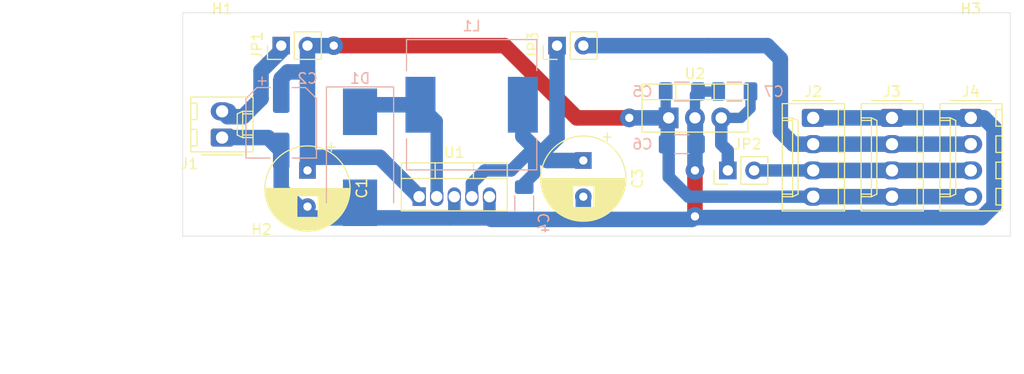
<source format=kicad_pcb>
(kicad_pcb (version 20171130) (host pcbnew 5.1.10-88a1d61d58~90~ubuntu20.04.1)

  (general
    (thickness 1.6)
    (drawings 6)
    (tracks 110)
    (zones 0)
    (modules 21)
    (nets 9)
  )

  (page A4)
  (title_block
    (company "Ondřej Sluka")
  )

  (layers
    (0 F.Cu signal)
    (31 B.Cu signal)
    (32 B.Adhes user)
    (33 F.Adhes user)
    (34 B.Paste user)
    (35 F.Paste user)
    (36 B.SilkS user)
    (37 F.SilkS user)
    (38 B.Mask user)
    (39 F.Mask user)
    (40 Dwgs.User user)
    (41 Cmts.User user)
    (42 Eco1.User user)
    (43 Eco2.User user)
    (44 Edge.Cuts user)
    (45 Margin user)
    (46 B.CrtYd user)
    (47 F.CrtYd user)
    (48 B.Fab user)
    (49 F.Fab user)
  )

  (setup
    (last_trace_width 1.5)
    (user_trace_width 0.8)
    (user_trace_width 1)
    (user_trace_width 1.2)
    (user_trace_width 1.5)
    (user_trace_width 3)
    (trace_clearance 0.4)
    (zone_clearance 0.508)
    (zone_45_only no)
    (trace_min 0.8)
    (via_size 1.2)
    (via_drill 0.8)
    (via_min_size 1)
    (via_min_drill 0.8)
    (user_via 1.8 0.8)
    (user_via 2.2 1)
    (uvia_size 0.3)
    (uvia_drill 0.1)
    (uvias_allowed no)
    (uvia_min_size 0.2)
    (uvia_min_drill 0.1)
    (edge_width 0.05)
    (segment_width 0.2)
    (pcb_text_width 0.3)
    (pcb_text_size 1.5 1.5)
    (mod_edge_width 0.12)
    (mod_text_size 1 1)
    (mod_text_width 0.15)
    (pad_size 1.524 1.524)
    (pad_drill 0.762)
    (pad_to_mask_clearance 0)
    (aux_axis_origin 63.5 127)
    (grid_origin 63.5 127)
    (visible_elements FFFFFF7F)
    (pcbplotparams
      (layerselection 0x01000_fffffffe)
      (usegerberextensions false)
      (usegerberattributes true)
      (usegerberadvancedattributes true)
      (creategerberjobfile true)
      (excludeedgelayer true)
      (linewidth 0.100000)
      (plotframeref false)
      (viasonmask false)
      (mode 1)
      (useauxorigin true)
      (hpglpennumber 1)
      (hpglpenspeed 20)
      (hpglpendiameter 15.000000)
      (psnegative false)
      (psa4output false)
      (plotreference true)
      (plotvalue true)
      (plotinvisibletext false)
      (padsonsilk false)
      (subtractmaskfromsilk false)
      (outputformat 1)
      (mirror false)
      (drillshape 0)
      (scaleselection 1)
      (outputdirectory "gerber/"))
  )

  (net 0 "")
  (net 1 GND)
  (net 2 +12V)
  (net 3 "Net-(C3-Pad1)")
  (net 4 "Net-(C7-Pad1)")
  (net 5 "Net-(D1-Pad1)")
  (net 6 "Net-(J1-Pad2)")
  (net 7 +5V)
  (net 8 +3V3)

  (net_class Default "This is the default net class."
    (clearance 0.4)
    (trace_width 1)
    (via_dia 1.2)
    (via_drill 0.8)
    (uvia_dia 0.3)
    (uvia_drill 0.1)
    (diff_pair_width 0.8)
    (diff_pair_gap 0.25)
    (add_net +12V)
    (add_net +3V3)
    (add_net +5V)
    (add_net GND)
    (add_net "Net-(C3-Pad1)")
    (add_net "Net-(C7-Pad1)")
    (add_net "Net-(D1-Pad1)")
    (add_net "Net-(J1-Pad2)")
  )

  (module MountingHole:MountingHole_3.2mm_M3 (layer F.Cu) (tedit 56D1B4CB) (tstamp 63DF0353)
    (at 139.7 109.22)
    (descr "Mounting Hole 3.2mm, no annular, M3")
    (tags "mounting hole 3.2mm no annular m3")
    (path /63E5B12A)
    (attr virtual)
    (fp_text reference H3 (at 0 -4.2) (layer F.SilkS)
      (effects (font (size 1 1) (thickness 0.15)))
    )
    (fp_text value MountingHole (at 0 4.2) (layer F.Fab)
      (effects (font (size 1 1) (thickness 0.15)))
    )
    (fp_text user %R (at 0.3 0) (layer F.Fab)
      (effects (font (size 1 1) (thickness 0.15)))
    )
    (fp_circle (center 0 0) (end 3.2 0) (layer Cmts.User) (width 0.15))
    (fp_circle (center 0 0) (end 3.45 0) (layer F.CrtYd) (width 0.05))
    (pad 1 np_thru_hole circle (at 0 0) (size 3.2 3.2) (drill 3.2) (layers *.Cu *.Mask))
  )

  (module MountingHole:MountingHole_3.2mm_M3 (layer F.Cu) (tedit 56D1B4CB) (tstamp 63DF034B)
    (at 67.31 123.19)
    (descr "Mounting Hole 3.2mm, no annular, M3")
    (tags "mounting hole 3.2mm no annular m3")
    (path /63E5B2D2)
    (attr virtual)
    (fp_text reference H2 (at 3.81 3.175) (layer F.SilkS)
      (effects (font (size 1 1) (thickness 0.15)))
    )
    (fp_text value MountingHole (at 0 4.2) (layer F.Fab)
      (effects (font (size 1 1) (thickness 0.15)))
    )
    (fp_text user %R (at 0.3 0) (layer F.Fab)
      (effects (font (size 1 1) (thickness 0.15)))
    )
    (fp_circle (center 0 0) (end 3.2 0) (layer Cmts.User) (width 0.15))
    (fp_circle (center 0 0) (end 3.45 0) (layer F.CrtYd) (width 0.05))
    (pad 1 np_thru_hole circle (at 0 0) (size 3.2 3.2) (drill 3.2) (layers *.Cu *.Mask))
  )

  (module MountingHole:MountingHole_3.2mm_M3 (layer F.Cu) (tedit 56D1B4CB) (tstamp 63DF0343)
    (at 67.31 109.22)
    (descr "Mounting Hole 3.2mm, no annular, M3")
    (tags "mounting hole 3.2mm no annular m3")
    (path /63E5AE10)
    (attr virtual)
    (fp_text reference H1 (at 0 -4.2) (layer F.SilkS)
      (effects (font (size 1 1) (thickness 0.15)))
    )
    (fp_text value MountingHole (at 0 4.2) (layer F.Fab)
      (effects (font (size 1 1) (thickness 0.15)))
    )
    (fp_text user %R (at 0.3 0) (layer F.Fab)
      (effects (font (size 1 1) (thickness 0.15)))
    )
    (fp_circle (center 0 0) (end 3.2 0) (layer Cmts.User) (width 0.15))
    (fp_circle (center 0 0) (end 3.45 0) (layer F.CrtYd) (width 0.05))
    (pad 1 np_thru_hole circle (at 0 0) (size 3.2 3.2) (drill 3.2) (layers *.Cu *.Mask))
  )

  (module Package_TO_SOT_THT:TO-220-3_Vertical (layer F.Cu) (tedit 5AC8BA0D) (tstamp 63DF3880)
    (at 110.49 115.57)
    (descr "TO-220-3, Vertical, RM 2.54mm, see https://www.vishay.com/docs/66542/to-220-1.pdf")
    (tags "TO-220-3 Vertical RM 2.54mm")
    (path /63E0E123)
    (fp_text reference U2 (at 2.54 -4.27) (layer F.SilkS)
      (effects (font (size 1 1) (thickness 0.15)))
    )
    (fp_text value LM7805_TO220 (at 2.54 2.5) (layer F.Fab)
      (effects (font (size 1 1) (thickness 0.15)))
    )
    (fp_text user %R (at 2.54 -4.27) (layer F.Fab)
      (effects (font (size 1 1) (thickness 0.15)))
    )
    (fp_line (start -2.46 -3.15) (end -2.46 1.25) (layer F.Fab) (width 0.1))
    (fp_line (start -2.46 1.25) (end 7.54 1.25) (layer F.Fab) (width 0.1))
    (fp_line (start 7.54 1.25) (end 7.54 -3.15) (layer F.Fab) (width 0.1))
    (fp_line (start 7.54 -3.15) (end -2.46 -3.15) (layer F.Fab) (width 0.1))
    (fp_line (start -2.46 -1.88) (end 7.54 -1.88) (layer F.Fab) (width 0.1))
    (fp_line (start 0.69 -3.15) (end 0.69 -1.88) (layer F.Fab) (width 0.1))
    (fp_line (start 4.39 -3.15) (end 4.39 -1.88) (layer F.Fab) (width 0.1))
    (fp_line (start -2.58 -3.27) (end 7.66 -3.27) (layer F.SilkS) (width 0.12))
    (fp_line (start -2.58 1.371) (end 7.66 1.371) (layer F.SilkS) (width 0.12))
    (fp_line (start -2.58 -3.27) (end -2.58 1.371) (layer F.SilkS) (width 0.12))
    (fp_line (start 7.66 -3.27) (end 7.66 1.371) (layer F.SilkS) (width 0.12))
    (fp_line (start -2.58 -1.76) (end 7.66 -1.76) (layer F.SilkS) (width 0.12))
    (fp_line (start 0.69 -3.27) (end 0.69 -1.76) (layer F.SilkS) (width 0.12))
    (fp_line (start 4.391 -3.27) (end 4.391 -1.76) (layer F.SilkS) (width 0.12))
    (fp_line (start -2.71 -3.4) (end -2.71 1.51) (layer F.CrtYd) (width 0.05))
    (fp_line (start -2.71 1.51) (end 7.79 1.51) (layer F.CrtYd) (width 0.05))
    (fp_line (start 7.79 1.51) (end 7.79 -3.4) (layer F.CrtYd) (width 0.05))
    (fp_line (start 7.79 -3.4) (end -2.71 -3.4) (layer F.CrtYd) (width 0.05))
    (pad 3 thru_hole oval (at 5.08 0) (size 1.905 2) (drill 1.1) (layers *.Cu *.Mask)
      (net 4 "Net-(C7-Pad1)"))
    (pad 2 thru_hole oval (at 2.54 0) (size 1.905 2) (drill 1.1) (layers *.Cu *.Mask)
      (net 1 GND))
    (pad 1 thru_hole rect (at 0 0) (size 1.905 2) (drill 1.1) (layers *.Cu *.Mask)
      (net 2 +12V))
    (model ${KISYS3DMOD}/Package_TO_SOT_THT.3dshapes/TO-220-3_Vertical.wrl
      (at (xyz 0 0 0))
      (scale (xyz 1 1 1))
      (rotate (xyz 0 0 0))
    )
  )

  (module Package_TO_SOT_THT:TO-220-5_Vertical (layer F.Cu) (tedit 5AD11EBF) (tstamp 63DEECBC)
    (at 86.36 123.19)
    (descr "TO-220-5, Vertical, RM 1.7mm, Pentawatt, Multiwatt-5, see http://www.analog.com/media/en/package-pcb-resources/package/pkg_pdf/ltc-legacy-to-220/to-220_5_05-08-1421_straight_lead.pdf")
    (tags "TO-220-5 Vertical RM 1.7mm Pentawatt Multiwatt-5")
    (path /62217403)
    (fp_text reference U1 (at 3.4 -4.27) (layer F.SilkS)
      (effects (font (size 1 1) (thickness 0.15)))
    )
    (fp_text value LM2575-3.3BT (at 3.4 2.5) (layer F.Fab)
      (effects (font (size 1 1) (thickness 0.15)))
    )
    (fp_text user %R (at 3.4 -4.27) (layer F.Fab)
      (effects (font (size 1 1) (thickness 0.15)))
    )
    (fp_line (start -1.6 -3.15) (end -1.6 1.25) (layer F.Fab) (width 0.1))
    (fp_line (start -1.6 1.25) (end 8.4 1.25) (layer F.Fab) (width 0.1))
    (fp_line (start 8.4 1.25) (end 8.4 -3.15) (layer F.Fab) (width 0.1))
    (fp_line (start 8.4 -3.15) (end -1.6 -3.15) (layer F.Fab) (width 0.1))
    (fp_line (start -1.6 -1.88) (end 8.4 -1.88) (layer F.Fab) (width 0.1))
    (fp_line (start 1.55 -3.15) (end 1.55 -1.88) (layer F.Fab) (width 0.1))
    (fp_line (start 5.25 -3.15) (end 5.25 -1.88) (layer F.Fab) (width 0.1))
    (fp_line (start -1.721 -3.27) (end 8.52 -3.27) (layer F.SilkS) (width 0.12))
    (fp_line (start -1.721 1.371) (end 8.52 1.371) (layer F.SilkS) (width 0.12))
    (fp_line (start -1.721 -3.27) (end -1.721 1.371) (layer F.SilkS) (width 0.12))
    (fp_line (start 8.52 -3.27) (end 8.52 1.371) (layer F.SilkS) (width 0.12))
    (fp_line (start -1.721 -1.76) (end 8.52 -1.76) (layer F.SilkS) (width 0.12))
    (fp_line (start 1.55 -3.27) (end 1.55 -1.76) (layer F.SilkS) (width 0.12))
    (fp_line (start 5.25 -3.27) (end 5.25 -1.76) (layer F.SilkS) (width 0.12))
    (fp_line (start -1.85 -3.4) (end -1.85 1.51) (layer F.CrtYd) (width 0.05))
    (fp_line (start -1.85 1.51) (end 8.65 1.51) (layer F.CrtYd) (width 0.05))
    (fp_line (start 8.65 1.51) (end 8.65 -3.4) (layer F.CrtYd) (width 0.05))
    (fp_line (start 8.65 -3.4) (end -1.85 -3.4) (layer F.CrtYd) (width 0.05))
    (pad 5 thru_hole oval (at 6.8 0) (size 1.275 1.8) (drill 1.1) (layers *.Cu *.Mask)
      (net 1 GND))
    (pad 4 thru_hole oval (at 5.1 0) (size 1.275 1.8) (drill 1.1) (layers *.Cu *.Mask)
      (net 3 "Net-(C3-Pad1)"))
    (pad 3 thru_hole oval (at 3.4 0) (size 1.275 1.8) (drill 1.1) (layers *.Cu *.Mask)
      (net 1 GND))
    (pad 2 thru_hole oval (at 1.7 0) (size 1.275 1.8) (drill 1.1) (layers *.Cu *.Mask)
      (net 5 "Net-(D1-Pad1)"))
    (pad 1 thru_hole rect (at 0 0) (size 1.275 1.8) (drill 1.1) (layers *.Cu *.Mask)
      (net 2 +12V))
    (model ${KISYS3DMOD}/Package_TO_SOT_THT.3dshapes/TO-220-5_Vertical.wrl
      (at (xyz 0 0 0))
      (scale (xyz 1 1 1))
      (rotate (xyz 0 0 0))
    )
  )

  (module Inductor_SMD:L_12x12mm_H8mm (layer B.Cu) (tedit 5990349C) (tstamp 63DEECA0)
    (at 91.44 114.3)
    (descr "Choke, SMD, 12x12mm 8mm height")
    (tags "Choke SMD")
    (path /61118294)
    (attr smd)
    (fp_text reference L1 (at 0 -7.62) (layer B.SilkS)
      (effects (font (size 1 1) (thickness 0.15)) (justify mirror))
    )
    (fp_text value 330uH (at 0 -7.6) (layer B.Fab)
      (effects (font (size 1 1) (thickness 0.15)) (justify mirror))
    )
    (fp_text user %R (at 0 0) (layer B.Fab)
      (effects (font (size 1 1) (thickness 0.15)) (justify mirror))
    )
    (fp_line (start 6.3 -3.3) (end 6.3 -6.3) (layer B.SilkS) (width 0.12))
    (fp_line (start 6.3 -6.3) (end -6.3 -6.3) (layer B.SilkS) (width 0.12))
    (fp_line (start -6.3 -6.3) (end -6.3 -3.3) (layer B.SilkS) (width 0.12))
    (fp_line (start -6.3 3.3) (end -6.3 6.3) (layer B.SilkS) (width 0.12))
    (fp_line (start -6.3 6.3) (end 6.3 6.3) (layer B.SilkS) (width 0.12))
    (fp_line (start 6.3 6.3) (end 6.3 3.3) (layer B.SilkS) (width 0.12))
    (fp_line (start -6.86 6.6) (end 6.86 6.6) (layer B.CrtYd) (width 0.05))
    (fp_line (start 6.86 6.6) (end 6.86 -6.6) (layer B.CrtYd) (width 0.05))
    (fp_line (start 6.86 -6.6) (end -6.86 -6.6) (layer B.CrtYd) (width 0.05))
    (fp_line (start -6.86 -6.6) (end -6.86 6.6) (layer B.CrtYd) (width 0.05))
    (fp_line (start 4.9 -3.3) (end 5 -3.4) (layer B.Fab) (width 0.1))
    (fp_line (start 5 -3.4) (end 5.1 -3.8) (layer B.Fab) (width 0.1))
    (fp_line (start 5.1 -3.8) (end 5 -4.3) (layer B.Fab) (width 0.1))
    (fp_line (start 5 -4.3) (end 4.8 -4.6) (layer B.Fab) (width 0.1))
    (fp_line (start 4.8 -4.6) (end 4.5 -5) (layer B.Fab) (width 0.1))
    (fp_line (start 4.5 -5) (end 4 -5.1) (layer B.Fab) (width 0.1))
    (fp_line (start 4 -5.1) (end 3.5 -5) (layer B.Fab) (width 0.1))
    (fp_line (start 3.5 -5) (end 3.1 -4.7) (layer B.Fab) (width 0.1))
    (fp_line (start 3.1 -4.7) (end 3 -4.6) (layer B.Fab) (width 0.1))
    (fp_line (start 3 -4.6) (end 2.4 -5) (layer B.Fab) (width 0.1))
    (fp_line (start 2.4 -5) (end 1.6 -5.3) (layer B.Fab) (width 0.1))
    (fp_line (start 1.6 -5.3) (end 0.6 -5.5) (layer B.Fab) (width 0.1))
    (fp_line (start 0.6 -5.5) (end -0.6 -5.5) (layer B.Fab) (width 0.1))
    (fp_line (start -0.6 -5.5) (end -1.5 -5.3) (layer B.Fab) (width 0.1))
    (fp_line (start -1.5 -5.3) (end -2.1 -5.1) (layer B.Fab) (width 0.1))
    (fp_line (start -2.1 -5.1) (end -2.6 -4.9) (layer B.Fab) (width 0.1))
    (fp_line (start -2.6 -4.9) (end -3 -4.7) (layer B.Fab) (width 0.1))
    (fp_line (start -3 -4.7) (end -3.3 -4.9) (layer B.Fab) (width 0.1))
    (fp_line (start -3.3 -4.9) (end -3.9 -5.1) (layer B.Fab) (width 0.1))
    (fp_line (start -3.9 -5.1) (end -4.3 -5) (layer B.Fab) (width 0.1))
    (fp_line (start -4.3 -5) (end -4.6 -4.8) (layer B.Fab) (width 0.1))
    (fp_line (start -4.6 -4.8) (end -4.9 -4.6) (layer B.Fab) (width 0.1))
    (fp_line (start -4.9 -4.6) (end -5.1 -4.1) (layer B.Fab) (width 0.1))
    (fp_line (start -5.1 -4.1) (end -5 -3.6) (layer B.Fab) (width 0.1))
    (fp_line (start -5 -3.6) (end -4.8 -3.2) (layer B.Fab) (width 0.1))
    (fp_line (start 4.9 3.3) (end 5 3.6) (layer B.Fab) (width 0.1))
    (fp_line (start 5 3.6) (end 5.1 4) (layer B.Fab) (width 0.1))
    (fp_line (start 5.1 4) (end 5 4.3) (layer B.Fab) (width 0.1))
    (fp_line (start 5 4.3) (end 4.8 4.7) (layer B.Fab) (width 0.1))
    (fp_line (start 4.8 4.7) (end 4.5 4.9) (layer B.Fab) (width 0.1))
    (fp_line (start 4.5 4.9) (end 4.2 5.1) (layer B.Fab) (width 0.1))
    (fp_line (start 4.2 5.1) (end 3.9 5.1) (layer B.Fab) (width 0.1))
    (fp_line (start 3.9 5.1) (end 3.6 5) (layer B.Fab) (width 0.1))
    (fp_line (start 3.6 5) (end 3.3 4.9) (layer B.Fab) (width 0.1))
    (fp_line (start 3.3 4.9) (end 3 4.6) (layer B.Fab) (width 0.1))
    (fp_line (start 3 4.6) (end 2.6 4.9) (layer B.Fab) (width 0.1))
    (fp_line (start 2.6 4.9) (end 2.2 5.1) (layer B.Fab) (width 0.1))
    (fp_line (start 2.2 5.1) (end 1.7 5.3) (layer B.Fab) (width 0.1))
    (fp_line (start 1.7 5.3) (end 0.9 5.5) (layer B.Fab) (width 0.1))
    (fp_line (start 0.9 5.5) (end 0 5.6) (layer B.Fab) (width 0.1))
    (fp_line (start 0 5.6) (end -0.8 5.5) (layer B.Fab) (width 0.1))
    (fp_line (start -0.8 5.5) (end -1.7 5.3) (layer B.Fab) (width 0.1))
    (fp_line (start -1.7 5.3) (end -2.6 4.9) (layer B.Fab) (width 0.1))
    (fp_line (start -2.6 4.9) (end -3 4.7) (layer B.Fab) (width 0.1))
    (fp_line (start -3 4.7) (end -3.3 4.9) (layer B.Fab) (width 0.1))
    (fp_line (start -3.3 4.9) (end -3.7 5.1) (layer B.Fab) (width 0.1))
    (fp_line (start -3.7 5.1) (end -4.2 5) (layer B.Fab) (width 0.1))
    (fp_line (start -4.2 5) (end -4.6 4.8) (layer B.Fab) (width 0.1))
    (fp_line (start -4.6 4.8) (end -4.9 4.5) (layer B.Fab) (width 0.1))
    (fp_line (start -4.9 4.5) (end -5.1 4) (layer B.Fab) (width 0.1))
    (fp_line (start -5.1 4) (end -5 3.5) (layer B.Fab) (width 0.1))
    (fp_line (start -5 3.5) (end -4.8 3.2) (layer B.Fab) (width 0.1))
    (fp_line (start -6.2 -3.3) (end -6.2 -6.2) (layer B.Fab) (width 0.1))
    (fp_line (start -6.2 -6.2) (end 6.2 -6.2) (layer B.Fab) (width 0.1))
    (fp_line (start 6.2 -6.2) (end 6.2 -3.3) (layer B.Fab) (width 0.1))
    (fp_line (start 6.2 6.2) (end -6.2 6.2) (layer B.Fab) (width 0.1))
    (fp_line (start -6.2 6.2) (end -6.2 3.3) (layer B.Fab) (width 0.1))
    (fp_line (start 6.2 6.2) (end 6.2 3.3) (layer B.Fab) (width 0.1))
    (fp_circle (center 0 0) (end 0.9 0) (layer B.Adhes) (width 0.38))
    (fp_circle (center 0 0) (end 0.55 0) (layer B.Adhes) (width 0.38))
    (fp_circle (center 0 0) (end 0.15 -0.15) (layer B.Adhes) (width 0.38))
    (fp_circle (center -2.1 -3) (end -1.8 -3.25) (layer B.Fab) (width 0.1))
    (pad 2 smd rect (at 4.95 0) (size 2.9 5.4) (layers B.Cu B.Paste B.Mask)
      (net 3 "Net-(C3-Pad1)"))
    (pad 1 smd rect (at -4.95 0) (size 2.9 5.4) (layers B.Cu B.Paste B.Mask)
      (net 5 "Net-(D1-Pad1)"))
    (model ${KISYS3DMOD}/Inductor_SMD.3dshapes/L_12x12mm_H8mm.wrl
      (at (xyz 0 0 0))
      (scale (xyz 1 1 1))
      (rotate (xyz 0 0 0))
    )
  )

  (module Connector_PinHeader_2.54mm:PinHeader_1x02_P2.54mm_Vertical (layer F.Cu) (tedit 59FED5CC) (tstamp 63DEEC51)
    (at 99.695 108.585 90)
    (descr "Through hole straight pin header, 1x02, 2.54mm pitch, single row")
    (tags "Through hole pin header THT 1x02 2.54mm single row")
    (path /63E0BAF5)
    (fp_text reference JP3 (at 0 -2.33 90) (layer F.SilkS)
      (effects (font (size 1 1) (thickness 0.15)))
    )
    (fp_text value Jumper (at 0 4.87 90) (layer F.Fab)
      (effects (font (size 1 1) (thickness 0.15)))
    )
    (fp_text user %R (at 0 1.27) (layer F.Fab)
      (effects (font (size 1 1) (thickness 0.15)))
    )
    (fp_line (start -0.635 -1.27) (end 1.27 -1.27) (layer F.Fab) (width 0.1))
    (fp_line (start 1.27 -1.27) (end 1.27 3.81) (layer F.Fab) (width 0.1))
    (fp_line (start 1.27 3.81) (end -1.27 3.81) (layer F.Fab) (width 0.1))
    (fp_line (start -1.27 3.81) (end -1.27 -0.635) (layer F.Fab) (width 0.1))
    (fp_line (start -1.27 -0.635) (end -0.635 -1.27) (layer F.Fab) (width 0.1))
    (fp_line (start -1.33 3.87) (end 1.33 3.87) (layer F.SilkS) (width 0.12))
    (fp_line (start -1.33 1.27) (end -1.33 3.87) (layer F.SilkS) (width 0.12))
    (fp_line (start 1.33 1.27) (end 1.33 3.87) (layer F.SilkS) (width 0.12))
    (fp_line (start -1.33 1.27) (end 1.33 1.27) (layer F.SilkS) (width 0.12))
    (fp_line (start -1.33 0) (end -1.33 -1.33) (layer F.SilkS) (width 0.12))
    (fp_line (start -1.33 -1.33) (end 0 -1.33) (layer F.SilkS) (width 0.12))
    (fp_line (start -1.8 -1.8) (end -1.8 4.35) (layer F.CrtYd) (width 0.05))
    (fp_line (start -1.8 4.35) (end 1.8 4.35) (layer F.CrtYd) (width 0.05))
    (fp_line (start 1.8 4.35) (end 1.8 -1.8) (layer F.CrtYd) (width 0.05))
    (fp_line (start 1.8 -1.8) (end -1.8 -1.8) (layer F.CrtYd) (width 0.05))
    (pad 2 thru_hole oval (at 0 2.54 90) (size 1.7 1.7) (drill 1) (layers *.Cu *.Mask)
      (net 8 +3V3))
    (pad 1 thru_hole rect (at 0 0 90) (size 1.7 1.7) (drill 1) (layers *.Cu *.Mask)
      (net 3 "Net-(C3-Pad1)"))
    (model ${KISYS3DMOD}/Connector_PinHeader_2.54mm.3dshapes/PinHeader_1x02_P2.54mm_Vertical.wrl
      (at (xyz 0 0 0))
      (scale (xyz 1 1 1))
      (rotate (xyz 0 0 0))
    )
  )

  (module Connector_PinHeader_2.54mm:PinHeader_1x02_P2.54mm_Vertical (layer F.Cu) (tedit 59FED5CC) (tstamp 63DF3966)
    (at 116.205 120.65 90)
    (descr "Through hole straight pin header, 1x02, 2.54mm pitch, single row")
    (tags "Through hole pin header THT 1x02 2.54mm single row")
    (path /63E1B0EA)
    (fp_text reference JP2 (at 2.54 1.905 180) (layer F.SilkS)
      (effects (font (size 1 1) (thickness 0.15)))
    )
    (fp_text value Jumper (at 0 4.87 90) (layer F.Fab)
      (effects (font (size 1 1) (thickness 0.15)))
    )
    (fp_text user %R (at 0 1.27) (layer F.Fab)
      (effects (font (size 1 1) (thickness 0.15)))
    )
    (fp_line (start -0.635 -1.27) (end 1.27 -1.27) (layer F.Fab) (width 0.1))
    (fp_line (start 1.27 -1.27) (end 1.27 3.81) (layer F.Fab) (width 0.1))
    (fp_line (start 1.27 3.81) (end -1.27 3.81) (layer F.Fab) (width 0.1))
    (fp_line (start -1.27 3.81) (end -1.27 -0.635) (layer F.Fab) (width 0.1))
    (fp_line (start -1.27 -0.635) (end -0.635 -1.27) (layer F.Fab) (width 0.1))
    (fp_line (start -1.33 3.87) (end 1.33 3.87) (layer F.SilkS) (width 0.12))
    (fp_line (start -1.33 1.27) (end -1.33 3.87) (layer F.SilkS) (width 0.12))
    (fp_line (start 1.33 1.27) (end 1.33 3.87) (layer F.SilkS) (width 0.12))
    (fp_line (start -1.33 1.27) (end 1.33 1.27) (layer F.SilkS) (width 0.12))
    (fp_line (start -1.33 0) (end -1.33 -1.33) (layer F.SilkS) (width 0.12))
    (fp_line (start -1.33 -1.33) (end 0 -1.33) (layer F.SilkS) (width 0.12))
    (fp_line (start -1.8 -1.8) (end -1.8 4.35) (layer F.CrtYd) (width 0.05))
    (fp_line (start -1.8 4.35) (end 1.8 4.35) (layer F.CrtYd) (width 0.05))
    (fp_line (start 1.8 4.35) (end 1.8 -1.8) (layer F.CrtYd) (width 0.05))
    (fp_line (start 1.8 -1.8) (end -1.8 -1.8) (layer F.CrtYd) (width 0.05))
    (pad 2 thru_hole oval (at 0 2.54 90) (size 1.7 1.7) (drill 1) (layers *.Cu *.Mask)
      (net 7 +5V))
    (pad 1 thru_hole rect (at 0 0 90) (size 1.7 1.7) (drill 1) (layers *.Cu *.Mask)
      (net 4 "Net-(C7-Pad1)"))
    (model ${KISYS3DMOD}/Connector_PinHeader_2.54mm.3dshapes/PinHeader_1x02_P2.54mm_Vertical.wrl
      (at (xyz 0 0 0))
      (scale (xyz 1 1 1))
      (rotate (xyz 0 0 0))
    )
  )

  (module Connector_PinHeader_2.54mm:PinHeader_1x02_P2.54mm_Vertical (layer F.Cu) (tedit 59FED5CC) (tstamp 63DEEC25)
    (at 73.025 108.585 90)
    (descr "Through hole straight pin header, 1x02, 2.54mm pitch, single row")
    (tags "Through hole pin header THT 1x02 2.54mm single row")
    (path /63E0852D)
    (fp_text reference JP1 (at 0 -2.33 90) (layer F.SilkS)
      (effects (font (size 1 1) (thickness 0.15)))
    )
    (fp_text value Jumper (at 0 4.87 90) (layer F.Fab)
      (effects (font (size 1 1) (thickness 0.15)))
    )
    (fp_text user %R (at 0 1.27) (layer F.Fab)
      (effects (font (size 1 1) (thickness 0.15)))
    )
    (fp_line (start -0.635 -1.27) (end 1.27 -1.27) (layer F.Fab) (width 0.1))
    (fp_line (start 1.27 -1.27) (end 1.27 3.81) (layer F.Fab) (width 0.1))
    (fp_line (start 1.27 3.81) (end -1.27 3.81) (layer F.Fab) (width 0.1))
    (fp_line (start -1.27 3.81) (end -1.27 -0.635) (layer F.Fab) (width 0.1))
    (fp_line (start -1.27 -0.635) (end -0.635 -1.27) (layer F.Fab) (width 0.1))
    (fp_line (start -1.33 3.87) (end 1.33 3.87) (layer F.SilkS) (width 0.12))
    (fp_line (start -1.33 1.27) (end -1.33 3.87) (layer F.SilkS) (width 0.12))
    (fp_line (start 1.33 1.27) (end 1.33 3.87) (layer F.SilkS) (width 0.12))
    (fp_line (start -1.33 1.27) (end 1.33 1.27) (layer F.SilkS) (width 0.12))
    (fp_line (start -1.33 0) (end -1.33 -1.33) (layer F.SilkS) (width 0.12))
    (fp_line (start -1.33 -1.33) (end 0 -1.33) (layer F.SilkS) (width 0.12))
    (fp_line (start -1.8 -1.8) (end -1.8 4.35) (layer F.CrtYd) (width 0.05))
    (fp_line (start -1.8 4.35) (end 1.8 4.35) (layer F.CrtYd) (width 0.05))
    (fp_line (start 1.8 4.35) (end 1.8 -1.8) (layer F.CrtYd) (width 0.05))
    (fp_line (start 1.8 -1.8) (end -1.8 -1.8) (layer F.CrtYd) (width 0.05))
    (pad 2 thru_hole oval (at 0 2.54 90) (size 1.7 1.7) (drill 1) (layers *.Cu *.Mask)
      (net 2 +12V))
    (pad 1 thru_hole rect (at 0 0 90) (size 1.7 1.7) (drill 1) (layers *.Cu *.Mask)
      (net 6 "Net-(J1-Pad2)"))
    (model ${KISYS3DMOD}/Connector_PinHeader_2.54mm.3dshapes/PinHeader_1x02_P2.54mm_Vertical.wrl
      (at (xyz 0 0 0))
      (scale (xyz 1 1 1))
      (rotate (xyz 0 0 0))
    )
  )

  (module Connector_Molex:Molex_KK-254_AE-6410-04A_1x04_P2.54mm_Vertical (layer F.Cu) (tedit 5EA53D3B) (tstamp 63DEEC0F)
    (at 139.7 115.57 270)
    (descr "Molex KK-254 Interconnect System, old/engineering part number: AE-6410-04A example for new part number: 22-27-2041, 4 Pins (http://www.molex.com/pdm_docs/sd/022272021_sd.pdf), generated with kicad-footprint-generator")
    (tags "connector Molex KK-254 vertical")
    (path /63DFEFC5)
    (fp_text reference J4 (at -2.54 0 180) (layer F.SilkS)
      (effects (font (size 1 1) (thickness 0.15)))
    )
    (fp_text value Conn_01x04 (at 3.81 4.08 90) (layer F.Fab)
      (effects (font (size 1 1) (thickness 0.15)))
    )
    (fp_text user %R (at 3.81 -2.22 90) (layer F.Fab)
      (effects (font (size 1 1) (thickness 0.15)))
    )
    (fp_line (start -1.27 -2.92) (end -1.27 2.88) (layer F.Fab) (width 0.1))
    (fp_line (start -1.27 2.88) (end 8.89 2.88) (layer F.Fab) (width 0.1))
    (fp_line (start 8.89 2.88) (end 8.89 -2.92) (layer F.Fab) (width 0.1))
    (fp_line (start 8.89 -2.92) (end -1.27 -2.92) (layer F.Fab) (width 0.1))
    (fp_line (start -1.38 -3.03) (end -1.38 2.99) (layer F.SilkS) (width 0.12))
    (fp_line (start -1.38 2.99) (end 9 2.99) (layer F.SilkS) (width 0.12))
    (fp_line (start 9 2.99) (end 9 -3.03) (layer F.SilkS) (width 0.12))
    (fp_line (start 9 -3.03) (end -1.38 -3.03) (layer F.SilkS) (width 0.12))
    (fp_line (start -1.67 -2) (end -1.67 2) (layer F.SilkS) (width 0.12))
    (fp_line (start -1.27 -0.5) (end -0.562893 0) (layer F.Fab) (width 0.1))
    (fp_line (start -0.562893 0) (end -1.27 0.5) (layer F.Fab) (width 0.1))
    (fp_line (start 0 2.99) (end 0 1.99) (layer F.SilkS) (width 0.12))
    (fp_line (start 0 1.99) (end 7.62 1.99) (layer F.SilkS) (width 0.12))
    (fp_line (start 7.62 1.99) (end 7.62 2.99) (layer F.SilkS) (width 0.12))
    (fp_line (start 0 1.99) (end 0.25 1.46) (layer F.SilkS) (width 0.12))
    (fp_line (start 0.25 1.46) (end 7.37 1.46) (layer F.SilkS) (width 0.12))
    (fp_line (start 7.37 1.46) (end 7.62 1.99) (layer F.SilkS) (width 0.12))
    (fp_line (start 0.25 2.99) (end 0.25 1.99) (layer F.SilkS) (width 0.12))
    (fp_line (start 7.37 2.99) (end 7.37 1.99) (layer F.SilkS) (width 0.12))
    (fp_line (start -0.8 -3.03) (end -0.8 -2.43) (layer F.SilkS) (width 0.12))
    (fp_line (start -0.8 -2.43) (end 0.8 -2.43) (layer F.SilkS) (width 0.12))
    (fp_line (start 0.8 -2.43) (end 0.8 -3.03) (layer F.SilkS) (width 0.12))
    (fp_line (start 1.74 -3.03) (end 1.74 -2.43) (layer F.SilkS) (width 0.12))
    (fp_line (start 1.74 -2.43) (end 3.34 -2.43) (layer F.SilkS) (width 0.12))
    (fp_line (start 3.34 -2.43) (end 3.34 -3.03) (layer F.SilkS) (width 0.12))
    (fp_line (start 4.28 -3.03) (end 4.28 -2.43) (layer F.SilkS) (width 0.12))
    (fp_line (start 4.28 -2.43) (end 5.88 -2.43) (layer F.SilkS) (width 0.12))
    (fp_line (start 5.88 -2.43) (end 5.88 -3.03) (layer F.SilkS) (width 0.12))
    (fp_line (start 6.82 -3.03) (end 6.82 -2.43) (layer F.SilkS) (width 0.12))
    (fp_line (start 6.82 -2.43) (end 8.42 -2.43) (layer F.SilkS) (width 0.12))
    (fp_line (start 8.42 -2.43) (end 8.42 -3.03) (layer F.SilkS) (width 0.12))
    (fp_line (start -1.77 -3.42) (end -1.77 3.38) (layer F.CrtYd) (width 0.05))
    (fp_line (start -1.77 3.38) (end 9.39 3.38) (layer F.CrtYd) (width 0.05))
    (fp_line (start 9.39 3.38) (end 9.39 -3.42) (layer F.CrtYd) (width 0.05))
    (fp_line (start 9.39 -3.42) (end -1.77 -3.42) (layer F.CrtYd) (width 0.05))
    (pad 4 thru_hole oval (at 7.62 0 270) (size 1.74 2.19) (drill 1.19) (layers *.Cu *.Mask)
      (net 2 +12V))
    (pad 3 thru_hole oval (at 5.08 0 270) (size 1.74 2.19) (drill 1.19) (layers *.Cu *.Mask)
      (net 7 +5V))
    (pad 2 thru_hole oval (at 2.54 0 270) (size 1.74 2.19) (drill 1.19) (layers *.Cu *.Mask)
      (net 8 +3V3))
    (pad 1 thru_hole roundrect (at 0 0 270) (size 1.74 2.19) (drill 1.19) (layers *.Cu *.Mask) (roundrect_rratio 0.1436775862068966)
      (net 1 GND))
    (model ${KISYS3DMOD}/Connector_Molex.3dshapes/Molex_KK-254_AE-6410-04A_1x04_P2.54mm_Vertical.wrl
      (at (xyz 0 0 0))
      (scale (xyz 1 1 1))
      (rotate (xyz 0 0 0))
    )
  )

  (module Connector_Molex:Molex_KK-254_AE-6410-04A_1x04_P2.54mm_Vertical (layer F.Cu) (tedit 5EA53D3B) (tstamp 63DEEBE3)
    (at 132.08 115.57 270)
    (descr "Molex KK-254 Interconnect System, old/engineering part number: AE-6410-04A example for new part number: 22-27-2041, 4 Pins (http://www.molex.com/pdm_docs/sd/022272021_sd.pdf), generated with kicad-footprint-generator")
    (tags "connector Molex KK-254 vertical")
    (path /63DF86B8)
    (fp_text reference J3 (at -2.54 0 180) (layer F.SilkS)
      (effects (font (size 1 1) (thickness 0.15)))
    )
    (fp_text value Conn_01x04 (at 3.81 4.08 90) (layer F.Fab)
      (effects (font (size 1 1) (thickness 0.15)))
    )
    (fp_text user %R (at 3.81 -2.22 90) (layer F.Fab)
      (effects (font (size 1 1) (thickness 0.15)))
    )
    (fp_line (start -1.27 -2.92) (end -1.27 2.88) (layer F.Fab) (width 0.1))
    (fp_line (start -1.27 2.88) (end 8.89 2.88) (layer F.Fab) (width 0.1))
    (fp_line (start 8.89 2.88) (end 8.89 -2.92) (layer F.Fab) (width 0.1))
    (fp_line (start 8.89 -2.92) (end -1.27 -2.92) (layer F.Fab) (width 0.1))
    (fp_line (start -1.38 -3.03) (end -1.38 2.99) (layer F.SilkS) (width 0.12))
    (fp_line (start -1.38 2.99) (end 9 2.99) (layer F.SilkS) (width 0.12))
    (fp_line (start 9 2.99) (end 9 -3.03) (layer F.SilkS) (width 0.12))
    (fp_line (start 9 -3.03) (end -1.38 -3.03) (layer F.SilkS) (width 0.12))
    (fp_line (start -1.67 -2) (end -1.67 2) (layer F.SilkS) (width 0.12))
    (fp_line (start -1.27 -0.5) (end -0.562893 0) (layer F.Fab) (width 0.1))
    (fp_line (start -0.562893 0) (end -1.27 0.5) (layer F.Fab) (width 0.1))
    (fp_line (start 0 2.99) (end 0 1.99) (layer F.SilkS) (width 0.12))
    (fp_line (start 0 1.99) (end 7.62 1.99) (layer F.SilkS) (width 0.12))
    (fp_line (start 7.62 1.99) (end 7.62 2.99) (layer F.SilkS) (width 0.12))
    (fp_line (start 0 1.99) (end 0.25 1.46) (layer F.SilkS) (width 0.12))
    (fp_line (start 0.25 1.46) (end 7.37 1.46) (layer F.SilkS) (width 0.12))
    (fp_line (start 7.37 1.46) (end 7.62 1.99) (layer F.SilkS) (width 0.12))
    (fp_line (start 0.25 2.99) (end 0.25 1.99) (layer F.SilkS) (width 0.12))
    (fp_line (start 7.37 2.99) (end 7.37 1.99) (layer F.SilkS) (width 0.12))
    (fp_line (start -0.8 -3.03) (end -0.8 -2.43) (layer F.SilkS) (width 0.12))
    (fp_line (start -0.8 -2.43) (end 0.8 -2.43) (layer F.SilkS) (width 0.12))
    (fp_line (start 0.8 -2.43) (end 0.8 -3.03) (layer F.SilkS) (width 0.12))
    (fp_line (start 1.74 -3.03) (end 1.74 -2.43) (layer F.SilkS) (width 0.12))
    (fp_line (start 1.74 -2.43) (end 3.34 -2.43) (layer F.SilkS) (width 0.12))
    (fp_line (start 3.34 -2.43) (end 3.34 -3.03) (layer F.SilkS) (width 0.12))
    (fp_line (start 4.28 -3.03) (end 4.28 -2.43) (layer F.SilkS) (width 0.12))
    (fp_line (start 4.28 -2.43) (end 5.88 -2.43) (layer F.SilkS) (width 0.12))
    (fp_line (start 5.88 -2.43) (end 5.88 -3.03) (layer F.SilkS) (width 0.12))
    (fp_line (start 6.82 -3.03) (end 6.82 -2.43) (layer F.SilkS) (width 0.12))
    (fp_line (start 6.82 -2.43) (end 8.42 -2.43) (layer F.SilkS) (width 0.12))
    (fp_line (start 8.42 -2.43) (end 8.42 -3.03) (layer F.SilkS) (width 0.12))
    (fp_line (start -1.77 -3.42) (end -1.77 3.38) (layer F.CrtYd) (width 0.05))
    (fp_line (start -1.77 3.38) (end 9.39 3.38) (layer F.CrtYd) (width 0.05))
    (fp_line (start 9.39 3.38) (end 9.39 -3.42) (layer F.CrtYd) (width 0.05))
    (fp_line (start 9.39 -3.42) (end -1.77 -3.42) (layer F.CrtYd) (width 0.05))
    (pad 4 thru_hole oval (at 7.62 0 270) (size 1.74 2.19) (drill 1.19) (layers *.Cu *.Mask)
      (net 2 +12V))
    (pad 3 thru_hole oval (at 5.08 0 270) (size 1.74 2.19) (drill 1.19) (layers *.Cu *.Mask)
      (net 7 +5V))
    (pad 2 thru_hole oval (at 2.54 0 270) (size 1.74 2.19) (drill 1.19) (layers *.Cu *.Mask)
      (net 8 +3V3))
    (pad 1 thru_hole roundrect (at 0 0 270) (size 1.74 2.19) (drill 1.19) (layers *.Cu *.Mask) (roundrect_rratio 0.1436775862068966)
      (net 1 GND))
    (model ${KISYS3DMOD}/Connector_Molex.3dshapes/Molex_KK-254_AE-6410-04A_1x04_P2.54mm_Vertical.wrl
      (at (xyz 0 0 0))
      (scale (xyz 1 1 1))
      (rotate (xyz 0 0 0))
    )
  )

  (module Connector_Molex:Molex_KK-254_AE-6410-04A_1x04_P2.54mm_Vertical (layer F.Cu) (tedit 5EA53D3B) (tstamp 63DEEBB7)
    (at 124.46 115.57 270)
    (descr "Molex KK-254 Interconnect System, old/engineering part number: AE-6410-04A example for new part number: 22-27-2041, 4 Pins (http://www.molex.com/pdm_docs/sd/022272021_sd.pdf), generated with kicad-footprint-generator")
    (tags "connector Molex KK-254 vertical")
    (path /63E298F5)
    (fp_text reference J2 (at -2.54 0 180) (layer F.SilkS)
      (effects (font (size 1 1) (thickness 0.15)))
    )
    (fp_text value Conn_01x04 (at 3.81 4.08 90) (layer F.Fab)
      (effects (font (size 1 1) (thickness 0.15)))
    )
    (fp_text user %R (at 3.81 -2.22 90) (layer F.Fab)
      (effects (font (size 1 1) (thickness 0.15)))
    )
    (fp_line (start -1.27 -2.92) (end -1.27 2.88) (layer F.Fab) (width 0.1))
    (fp_line (start -1.27 2.88) (end 8.89 2.88) (layer F.Fab) (width 0.1))
    (fp_line (start 8.89 2.88) (end 8.89 -2.92) (layer F.Fab) (width 0.1))
    (fp_line (start 8.89 -2.92) (end -1.27 -2.92) (layer F.Fab) (width 0.1))
    (fp_line (start -1.38 -3.03) (end -1.38 2.99) (layer F.SilkS) (width 0.12))
    (fp_line (start -1.38 2.99) (end 9 2.99) (layer F.SilkS) (width 0.12))
    (fp_line (start 9 2.99) (end 9 -3.03) (layer F.SilkS) (width 0.12))
    (fp_line (start 9 -3.03) (end -1.38 -3.03) (layer F.SilkS) (width 0.12))
    (fp_line (start -1.67 -2) (end -1.67 2) (layer F.SilkS) (width 0.12))
    (fp_line (start -1.27 -0.5) (end -0.562893 0) (layer F.Fab) (width 0.1))
    (fp_line (start -0.562893 0) (end -1.27 0.5) (layer F.Fab) (width 0.1))
    (fp_line (start 0 2.99) (end 0 1.99) (layer F.SilkS) (width 0.12))
    (fp_line (start 0 1.99) (end 7.62 1.99) (layer F.SilkS) (width 0.12))
    (fp_line (start 7.62 1.99) (end 7.62 2.99) (layer F.SilkS) (width 0.12))
    (fp_line (start 0 1.99) (end 0.25 1.46) (layer F.SilkS) (width 0.12))
    (fp_line (start 0.25 1.46) (end 7.37 1.46) (layer F.SilkS) (width 0.12))
    (fp_line (start 7.37 1.46) (end 7.62 1.99) (layer F.SilkS) (width 0.12))
    (fp_line (start 0.25 2.99) (end 0.25 1.99) (layer F.SilkS) (width 0.12))
    (fp_line (start 7.37 2.99) (end 7.37 1.99) (layer F.SilkS) (width 0.12))
    (fp_line (start -0.8 -3.03) (end -0.8 -2.43) (layer F.SilkS) (width 0.12))
    (fp_line (start -0.8 -2.43) (end 0.8 -2.43) (layer F.SilkS) (width 0.12))
    (fp_line (start 0.8 -2.43) (end 0.8 -3.03) (layer F.SilkS) (width 0.12))
    (fp_line (start 1.74 -3.03) (end 1.74 -2.43) (layer F.SilkS) (width 0.12))
    (fp_line (start 1.74 -2.43) (end 3.34 -2.43) (layer F.SilkS) (width 0.12))
    (fp_line (start 3.34 -2.43) (end 3.34 -3.03) (layer F.SilkS) (width 0.12))
    (fp_line (start 4.28 -3.03) (end 4.28 -2.43) (layer F.SilkS) (width 0.12))
    (fp_line (start 4.28 -2.43) (end 5.88 -2.43) (layer F.SilkS) (width 0.12))
    (fp_line (start 5.88 -2.43) (end 5.88 -3.03) (layer F.SilkS) (width 0.12))
    (fp_line (start 6.82 -3.03) (end 6.82 -2.43) (layer F.SilkS) (width 0.12))
    (fp_line (start 6.82 -2.43) (end 8.42 -2.43) (layer F.SilkS) (width 0.12))
    (fp_line (start 8.42 -2.43) (end 8.42 -3.03) (layer F.SilkS) (width 0.12))
    (fp_line (start -1.77 -3.42) (end -1.77 3.38) (layer F.CrtYd) (width 0.05))
    (fp_line (start -1.77 3.38) (end 9.39 3.38) (layer F.CrtYd) (width 0.05))
    (fp_line (start 9.39 3.38) (end 9.39 -3.42) (layer F.CrtYd) (width 0.05))
    (fp_line (start 9.39 -3.42) (end -1.77 -3.42) (layer F.CrtYd) (width 0.05))
    (pad 4 thru_hole oval (at 7.62 0 270) (size 1.74 2.19) (drill 1.19) (layers *.Cu *.Mask)
      (net 2 +12V))
    (pad 3 thru_hole oval (at 5.08 0 270) (size 1.74 2.19) (drill 1.19) (layers *.Cu *.Mask)
      (net 7 +5V))
    (pad 2 thru_hole oval (at 2.54 0 270) (size 1.74 2.19) (drill 1.19) (layers *.Cu *.Mask)
      (net 8 +3V3))
    (pad 1 thru_hole roundrect (at 0 0 270) (size 1.74 2.19) (drill 1.19) (layers *.Cu *.Mask) (roundrect_rratio 0.1436775862068966)
      (net 1 GND))
    (model ${KISYS3DMOD}/Connector_Molex.3dshapes/Molex_KK-254_AE-6410-04A_1x04_P2.54mm_Vertical.wrl
      (at (xyz 0 0 0))
      (scale (xyz 1 1 1))
      (rotate (xyz 0 0 0))
    )
  )

  (module Connector_Molex:Molex_KK-254_AE-6410-02A_1x02_P2.54mm_Vertical (layer F.Cu) (tedit 5EA53D3B) (tstamp 63DF0763)
    (at 67.31 117.475 90)
    (descr "Molex KK-254 Interconnect System, old/engineering part number: AE-6410-02A example for new part number: 22-27-2021, 2 Pins (http://www.molex.com/pdm_docs/sd/022272021_sd.pdf), generated with kicad-footprint-generator")
    (tags "connector Molex KK-254 vertical")
    (path /63E01CEE)
    (fp_text reference J1 (at -2.54 -3.175 180) (layer F.SilkS)
      (effects (font (size 1 1) (thickness 0.15)))
    )
    (fp_text value Conn_01x02 (at 1.27 4.08 90) (layer F.Fab)
      (effects (font (size 1 1) (thickness 0.15)))
    )
    (fp_text user %R (at 1.27 -2.22 90) (layer F.Fab)
      (effects (font (size 1 1) (thickness 0.15)))
    )
    (fp_line (start -1.27 -2.92) (end -1.27 2.88) (layer F.Fab) (width 0.1))
    (fp_line (start -1.27 2.88) (end 3.81 2.88) (layer F.Fab) (width 0.1))
    (fp_line (start 3.81 2.88) (end 3.81 -2.92) (layer F.Fab) (width 0.1))
    (fp_line (start 3.81 -2.92) (end -1.27 -2.92) (layer F.Fab) (width 0.1))
    (fp_line (start -1.38 -3.03) (end -1.38 2.99) (layer F.SilkS) (width 0.12))
    (fp_line (start -1.38 2.99) (end 3.92 2.99) (layer F.SilkS) (width 0.12))
    (fp_line (start 3.92 2.99) (end 3.92 -3.03) (layer F.SilkS) (width 0.12))
    (fp_line (start 3.92 -3.03) (end -1.38 -3.03) (layer F.SilkS) (width 0.12))
    (fp_line (start -1.67 -2) (end -1.67 2) (layer F.SilkS) (width 0.12))
    (fp_line (start -1.27 -0.5) (end -0.562893 0) (layer F.Fab) (width 0.1))
    (fp_line (start -0.562893 0) (end -1.27 0.5) (layer F.Fab) (width 0.1))
    (fp_line (start 0 2.99) (end 0 1.99) (layer F.SilkS) (width 0.12))
    (fp_line (start 0 1.99) (end 2.54 1.99) (layer F.SilkS) (width 0.12))
    (fp_line (start 2.54 1.99) (end 2.54 2.99) (layer F.SilkS) (width 0.12))
    (fp_line (start 0 1.99) (end 0.25 1.46) (layer F.SilkS) (width 0.12))
    (fp_line (start 0.25 1.46) (end 2.29 1.46) (layer F.SilkS) (width 0.12))
    (fp_line (start 2.29 1.46) (end 2.54 1.99) (layer F.SilkS) (width 0.12))
    (fp_line (start 0.25 2.99) (end 0.25 1.99) (layer F.SilkS) (width 0.12))
    (fp_line (start 2.29 2.99) (end 2.29 1.99) (layer F.SilkS) (width 0.12))
    (fp_line (start -0.8 -3.03) (end -0.8 -2.43) (layer F.SilkS) (width 0.12))
    (fp_line (start -0.8 -2.43) (end 0.8 -2.43) (layer F.SilkS) (width 0.12))
    (fp_line (start 0.8 -2.43) (end 0.8 -3.03) (layer F.SilkS) (width 0.12))
    (fp_line (start 1.74 -3.03) (end 1.74 -2.43) (layer F.SilkS) (width 0.12))
    (fp_line (start 1.74 -2.43) (end 3.34 -2.43) (layer F.SilkS) (width 0.12))
    (fp_line (start 3.34 -2.43) (end 3.34 -3.03) (layer F.SilkS) (width 0.12))
    (fp_line (start -1.77 -3.42) (end -1.77 3.38) (layer F.CrtYd) (width 0.05))
    (fp_line (start -1.77 3.38) (end 4.31 3.38) (layer F.CrtYd) (width 0.05))
    (fp_line (start 4.31 3.38) (end 4.31 -3.42) (layer F.CrtYd) (width 0.05))
    (fp_line (start 4.31 -3.42) (end -1.77 -3.42) (layer F.CrtYd) (width 0.05))
    (pad 2 thru_hole oval (at 2.54 0 90) (size 1.74 2.19) (drill 1.19) (layers *.Cu *.Mask)
      (net 6 "Net-(J1-Pad2)"))
    (pad 1 thru_hole roundrect (at 0 0 90) (size 1.74 2.19) (drill 1.19) (layers *.Cu *.Mask) (roundrect_rratio 0.1436775862068966)
      (net 1 GND))
    (model ${KISYS3DMOD}/Connector_Molex.3dshapes/Molex_KK-254_AE-6410-02A_1x02_P2.54mm_Vertical.wrl
      (at (xyz 0 0 0))
      (scale (xyz 1 1 1))
      (rotate (xyz 0 0 0))
    )
  )

  (module Diode_SMD:D_SMC_Handsoldering (layer B.Cu) (tedit 58642B03) (tstamp 63DEEB67)
    (at 80.645 119.38 270)
    (descr "Diode SMC (DO-214AB) Handsoldering")
    (tags "Diode SMC (DO-214AB) Handsoldering")
    (path /6111BB88)
    (attr smd)
    (fp_text reference D1 (at -7.62 0 180) (layer B.SilkS)
      (effects (font (size 1 1) (thickness 0.15)) (justify mirror))
    )
    (fp_text value SK33 (at 0 -4.2 90) (layer B.Fab)
      (effects (font (size 1 1) (thickness 0.15)) (justify mirror))
    )
    (fp_text user %R (at 0 1.5 90) (layer B.Fab)
      (effects (font (size 1 1) (thickness 0.15)) (justify mirror))
    )
    (fp_line (start -6.8 -3.25) (end -6.8 3.25) (layer B.SilkS) (width 0.12))
    (fp_line (start 3.55 -3.1) (end -3.55 -3.1) (layer B.Fab) (width 0.1))
    (fp_line (start -3.55 -3.1) (end -3.55 3.1) (layer B.Fab) (width 0.1))
    (fp_line (start 3.55 3.1) (end 3.55 -3.1) (layer B.Fab) (width 0.1))
    (fp_line (start 3.55 3.1) (end -3.55 3.1) (layer B.Fab) (width 0.1))
    (fp_line (start -6.9 3.35) (end 6.9 3.35) (layer B.CrtYd) (width 0.05))
    (fp_line (start 6.9 3.35) (end 6.9 -3.35) (layer B.CrtYd) (width 0.05))
    (fp_line (start 6.9 -3.35) (end -6.9 -3.35) (layer B.CrtYd) (width 0.05))
    (fp_line (start -6.9 -3.35) (end -6.9 3.35) (layer B.CrtYd) (width 0.05))
    (fp_line (start -0.64944 -0.00102) (end -1.55114 -0.00102) (layer B.Fab) (width 0.1))
    (fp_line (start 0.50118 -0.00102) (end 1.4994 -0.00102) (layer B.Fab) (width 0.1))
    (fp_line (start -0.64944 0.79908) (end -0.64944 -0.80112) (layer B.Fab) (width 0.1))
    (fp_line (start 0.50118 -0.75032) (end 0.50118 0.79908) (layer B.Fab) (width 0.1))
    (fp_line (start -0.64944 -0.00102) (end 0.50118 -0.75032) (layer B.Fab) (width 0.1))
    (fp_line (start -0.64944 -0.00102) (end 0.50118 0.79908) (layer B.Fab) (width 0.1))
    (fp_line (start -6.8 -3.25) (end 4.4 -3.25) (layer B.SilkS) (width 0.12))
    (fp_line (start -6.8 3.25) (end 4.4 3.25) (layer B.SilkS) (width 0.12))
    (pad 2 smd rect (at 4.4 0 180) (size 3.3 4.5) (layers B.Cu B.Paste B.Mask)
      (net 1 GND))
    (pad 1 smd rect (at -4.4 0 180) (size 3.3 4.5) (layers B.Cu B.Paste B.Mask)
      (net 5 "Net-(D1-Pad1)"))
    (model ${KISYS3DMOD}/Diode_SMD.3dshapes/D_SMC.wrl
      (at (xyz 0 0 0))
      (scale (xyz 1 1 1))
      (rotate (xyz 0 0 0))
    )
  )

  (module Capacitor_SMD:C_1206_3216Metric_Pad1.33x1.80mm_HandSolder (layer B.Cu) (tedit 5F68FEEF) (tstamp 63DF3931)
    (at 116.84 113.03 180)
    (descr "Capacitor SMD 1206 (3216 Metric), square (rectangular) end terminal, IPC_7351 nominal with elongated pad for handsoldering. (Body size source: IPC-SM-782 page 76, https://www.pcb-3d.com/wordpress/wp-content/uploads/ipc-sm-782a_amendment_1_and_2.pdf), generated with kicad-footprint-generator")
    (tags "capacitor handsolder")
    (path /63E0FB70)
    (attr smd)
    (fp_text reference C7 (at -3.81 0) (layer B.SilkS)
      (effects (font (size 1 1) (thickness 0.15)) (justify mirror))
    )
    (fp_text value 100n (at 0 -1.85) (layer B.Fab)
      (effects (font (size 1 1) (thickness 0.15)) (justify mirror))
    )
    (fp_text user %R (at 0 0) (layer B.Fab)
      (effects (font (size 0.8 0.8) (thickness 0.12)) (justify mirror))
    )
    (fp_line (start -1.6 -0.8) (end -1.6 0.8) (layer B.Fab) (width 0.1))
    (fp_line (start -1.6 0.8) (end 1.6 0.8) (layer B.Fab) (width 0.1))
    (fp_line (start 1.6 0.8) (end 1.6 -0.8) (layer B.Fab) (width 0.1))
    (fp_line (start 1.6 -0.8) (end -1.6 -0.8) (layer B.Fab) (width 0.1))
    (fp_line (start -0.711252 0.91) (end 0.711252 0.91) (layer B.SilkS) (width 0.12))
    (fp_line (start -0.711252 -0.91) (end 0.711252 -0.91) (layer B.SilkS) (width 0.12))
    (fp_line (start -2.48 -1.15) (end -2.48 1.15) (layer B.CrtYd) (width 0.05))
    (fp_line (start -2.48 1.15) (end 2.48 1.15) (layer B.CrtYd) (width 0.05))
    (fp_line (start 2.48 1.15) (end 2.48 -1.15) (layer B.CrtYd) (width 0.05))
    (fp_line (start 2.48 -1.15) (end -2.48 -1.15) (layer B.CrtYd) (width 0.05))
    (pad 2 smd roundrect (at 1.5625 0 180) (size 1.325 1.8) (layers B.Cu B.Paste B.Mask) (roundrect_rratio 0.1886784905660377)
      (net 1 GND))
    (pad 1 smd roundrect (at -1.5625 0 180) (size 1.325 1.8) (layers B.Cu B.Paste B.Mask) (roundrect_rratio 0.1886784905660377)
      (net 4 "Net-(C7-Pad1)"))
    (model ${KISYS3DMOD}/Capacitor_SMD.3dshapes/C_1206_3216Metric.wrl
      (at (xyz 0 0 0))
      (scale (xyz 1 1 1))
      (rotate (xyz 0 0 0))
    )
  )

  (module Capacitor_SMD:C_1206_3216Metric_Pad1.33x1.80mm_HandSolder (layer B.Cu) (tedit 5F68FEEF) (tstamp 63DF38D1)
    (at 111.76 118.11)
    (descr "Capacitor SMD 1206 (3216 Metric), square (rectangular) end terminal, IPC_7351 nominal with elongated pad for handsoldering. (Body size source: IPC-SM-782 page 76, https://www.pcb-3d.com/wordpress/wp-content/uploads/ipc-sm-782a_amendment_1_and_2.pdf), generated with kicad-footprint-generator")
    (tags "capacitor handsolder")
    (path /63E12767)
    (attr smd)
    (fp_text reference C6 (at -3.81 0) (layer B.SilkS)
      (effects (font (size 1 1) (thickness 0.15)) (justify mirror))
    )
    (fp_text value 100n (at 0 -1.85) (layer B.Fab)
      (effects (font (size 1 1) (thickness 0.15)) (justify mirror))
    )
    (fp_text user %R (at 0 0) (layer B.Fab)
      (effects (font (size 0.8 0.8) (thickness 0.12)) (justify mirror))
    )
    (fp_line (start -1.6 -0.8) (end -1.6 0.8) (layer B.Fab) (width 0.1))
    (fp_line (start -1.6 0.8) (end 1.6 0.8) (layer B.Fab) (width 0.1))
    (fp_line (start 1.6 0.8) (end 1.6 -0.8) (layer B.Fab) (width 0.1))
    (fp_line (start 1.6 -0.8) (end -1.6 -0.8) (layer B.Fab) (width 0.1))
    (fp_line (start -0.711252 0.91) (end 0.711252 0.91) (layer B.SilkS) (width 0.12))
    (fp_line (start -0.711252 -0.91) (end 0.711252 -0.91) (layer B.SilkS) (width 0.12))
    (fp_line (start -2.48 -1.15) (end -2.48 1.15) (layer B.CrtYd) (width 0.05))
    (fp_line (start -2.48 1.15) (end 2.48 1.15) (layer B.CrtYd) (width 0.05))
    (fp_line (start 2.48 1.15) (end 2.48 -1.15) (layer B.CrtYd) (width 0.05))
    (fp_line (start 2.48 -1.15) (end -2.48 -1.15) (layer B.CrtYd) (width 0.05))
    (pad 2 smd roundrect (at 1.5625 0) (size 1.325 1.8) (layers B.Cu B.Paste B.Mask) (roundrect_rratio 0.1886784905660377)
      (net 1 GND))
    (pad 1 smd roundrect (at -1.5625 0) (size 1.325 1.8) (layers B.Cu B.Paste B.Mask) (roundrect_rratio 0.1886784905660377)
      (net 2 +12V))
    (model ${KISYS3DMOD}/Capacitor_SMD.3dshapes/C_1206_3216Metric.wrl
      (at (xyz 0 0 0))
      (scale (xyz 1 1 1))
      (rotate (xyz 0 0 0))
    )
  )

  (module Capacitor_SMD:C_1206_3216Metric_Pad1.33x1.80mm_HandSolder (layer B.Cu) (tedit 5F68FEEF) (tstamp 63DF3901)
    (at 111.76 113.025302)
    (descr "Capacitor SMD 1206 (3216 Metric), square (rectangular) end terminal, IPC_7351 nominal with elongated pad for handsoldering. (Body size source: IPC-SM-782 page 76, https://www.pcb-3d.com/wordpress/wp-content/uploads/ipc-sm-782a_amendment_1_and_2.pdf), generated with kicad-footprint-generator")
    (tags "capacitor handsolder")
    (path /63E15413)
    (attr smd)
    (fp_text reference C5 (at -3.81 0.004698) (layer B.SilkS)
      (effects (font (size 1 1) (thickness 0.15)) (justify mirror))
    )
    (fp_text value 470n (at 0 -1.85) (layer B.Fab)
      (effects (font (size 1 1) (thickness 0.15)) (justify mirror))
    )
    (fp_text user %R (at 0 0) (layer B.Fab)
      (effects (font (size 0.8 0.8) (thickness 0.12)) (justify mirror))
    )
    (fp_line (start -1.6 -0.8) (end -1.6 0.8) (layer B.Fab) (width 0.1))
    (fp_line (start -1.6 0.8) (end 1.6 0.8) (layer B.Fab) (width 0.1))
    (fp_line (start 1.6 0.8) (end 1.6 -0.8) (layer B.Fab) (width 0.1))
    (fp_line (start 1.6 -0.8) (end -1.6 -0.8) (layer B.Fab) (width 0.1))
    (fp_line (start -0.711252 0.91) (end 0.711252 0.91) (layer B.SilkS) (width 0.12))
    (fp_line (start -0.711252 -0.91) (end 0.711252 -0.91) (layer B.SilkS) (width 0.12))
    (fp_line (start -2.48 -1.15) (end -2.48 1.15) (layer B.CrtYd) (width 0.05))
    (fp_line (start -2.48 1.15) (end 2.48 1.15) (layer B.CrtYd) (width 0.05))
    (fp_line (start 2.48 1.15) (end 2.48 -1.15) (layer B.CrtYd) (width 0.05))
    (fp_line (start 2.48 -1.15) (end -2.48 -1.15) (layer B.CrtYd) (width 0.05))
    (pad 2 smd roundrect (at 1.5625 0) (size 1.325 1.8) (layers B.Cu B.Paste B.Mask) (roundrect_rratio 0.1886784905660377)
      (net 1 GND))
    (pad 1 smd roundrect (at -1.5625 0) (size 1.325 1.8) (layers B.Cu B.Paste B.Mask) (roundrect_rratio 0.1886784905660377)
      (net 2 +12V))
    (model ${KISYS3DMOD}/Capacitor_SMD.3dshapes/C_1206_3216Metric.wrl
      (at (xyz 0 0 0))
      (scale (xyz 1 1 1))
      (rotate (xyz 0 0 0))
    )
  )

  (module Capacitor_SMD:C_1206_3216Metric_Pad1.33x1.80mm_HandSolder (layer B.Cu) (tedit 5F68FEEF) (tstamp 63DEEB1C)
    (at 96.52 123.825 270)
    (descr "Capacitor SMD 1206 (3216 Metric), square (rectangular) end terminal, IPC_7351 nominal with elongated pad for handsoldering. (Body size source: IPC-SM-782 page 76, https://www.pcb-3d.com/wordpress/wp-content/uploads/ipc-sm-782a_amendment_1_and_2.pdf), generated with kicad-footprint-generator")
    (tags "capacitor handsolder")
    (path /61221130)
    (attr smd)
    (fp_text reference C4 (at 1.905 -1.905 90) (layer B.SilkS)
      (effects (font (size 1 1) (thickness 0.15)) (justify mirror))
    )
    (fp_text value "10u / 16V" (at 0 -1.85 90) (layer B.Fab)
      (effects (font (size 1 1) (thickness 0.15)) (justify mirror))
    )
    (fp_text user %R (at 0 0 90) (layer B.Fab)
      (effects (font (size 0.8 0.8) (thickness 0.12)) (justify mirror))
    )
    (fp_line (start -1.6 -0.8) (end -1.6 0.8) (layer B.Fab) (width 0.1))
    (fp_line (start -1.6 0.8) (end 1.6 0.8) (layer B.Fab) (width 0.1))
    (fp_line (start 1.6 0.8) (end 1.6 -0.8) (layer B.Fab) (width 0.1))
    (fp_line (start 1.6 -0.8) (end -1.6 -0.8) (layer B.Fab) (width 0.1))
    (fp_line (start -0.711252 0.91) (end 0.711252 0.91) (layer B.SilkS) (width 0.12))
    (fp_line (start -0.711252 -0.91) (end 0.711252 -0.91) (layer B.SilkS) (width 0.12))
    (fp_line (start -2.48 -1.15) (end -2.48 1.15) (layer B.CrtYd) (width 0.05))
    (fp_line (start -2.48 1.15) (end 2.48 1.15) (layer B.CrtYd) (width 0.05))
    (fp_line (start 2.48 1.15) (end 2.48 -1.15) (layer B.CrtYd) (width 0.05))
    (fp_line (start 2.48 -1.15) (end -2.48 -1.15) (layer B.CrtYd) (width 0.05))
    (pad 2 smd roundrect (at 1.5625 0 270) (size 1.325 1.8) (layers B.Cu B.Paste B.Mask) (roundrect_rratio 0.1886784905660377)
      (net 1 GND))
    (pad 1 smd roundrect (at -1.5625 0 270) (size 1.325 1.8) (layers B.Cu B.Paste B.Mask) (roundrect_rratio 0.1886784905660377)
      (net 3 "Net-(C3-Pad1)"))
    (model ${KISYS3DMOD}/Capacitor_SMD.3dshapes/C_1206_3216Metric.wrl
      (at (xyz 0 0 0))
      (scale (xyz 1 1 1))
      (rotate (xyz 0 0 0))
    )
  )

  (module Capacitor_THT:CP_Radial_D8.0mm_P3.50mm (layer F.Cu) (tedit 5AE50EF0) (tstamp 63DF1B21)
    (at 102.235 119.69 270)
    (descr "CP, Radial series, Radial, pin pitch=3.50mm, , diameter=8mm, Electrolytic Capacitor")
    (tags "CP Radial series Radial pin pitch 3.50mm  diameter 8mm Electrolytic Capacitor")
    (path /6111459C)
    (fp_text reference C3 (at 1.75 -5.25 90) (layer F.SilkS)
      (effects (font (size 1 1) (thickness 0.15)))
    )
    (fp_text value "330u / 16V" (at 1.75 5.25 90) (layer F.Fab)
      (effects (font (size 1 1) (thickness 0.15)))
    )
    (fp_text user %R (at 1.75 0 90) (layer F.Fab)
      (effects (font (size 1 1) (thickness 0.15)))
    )
    (fp_circle (center 1.75 0) (end 5.75 0) (layer F.Fab) (width 0.1))
    (fp_circle (center 1.75 0) (end 5.87 0) (layer F.SilkS) (width 0.12))
    (fp_circle (center 1.75 0) (end 6 0) (layer F.CrtYd) (width 0.05))
    (fp_line (start -1.676759 -1.7475) (end -0.876759 -1.7475) (layer F.Fab) (width 0.1))
    (fp_line (start -1.276759 -2.1475) (end -1.276759 -1.3475) (layer F.Fab) (width 0.1))
    (fp_line (start 1.75 -4.08) (end 1.75 4.08) (layer F.SilkS) (width 0.12))
    (fp_line (start 1.79 -4.08) (end 1.79 4.08) (layer F.SilkS) (width 0.12))
    (fp_line (start 1.83 -4.08) (end 1.83 4.08) (layer F.SilkS) (width 0.12))
    (fp_line (start 1.87 -4.079) (end 1.87 4.079) (layer F.SilkS) (width 0.12))
    (fp_line (start 1.91 -4.077) (end 1.91 4.077) (layer F.SilkS) (width 0.12))
    (fp_line (start 1.95 -4.076) (end 1.95 4.076) (layer F.SilkS) (width 0.12))
    (fp_line (start 1.99 -4.074) (end 1.99 4.074) (layer F.SilkS) (width 0.12))
    (fp_line (start 2.03 -4.071) (end 2.03 4.071) (layer F.SilkS) (width 0.12))
    (fp_line (start 2.07 -4.068) (end 2.07 4.068) (layer F.SilkS) (width 0.12))
    (fp_line (start 2.11 -4.065) (end 2.11 4.065) (layer F.SilkS) (width 0.12))
    (fp_line (start 2.15 -4.061) (end 2.15 4.061) (layer F.SilkS) (width 0.12))
    (fp_line (start 2.19 -4.057) (end 2.19 4.057) (layer F.SilkS) (width 0.12))
    (fp_line (start 2.23 -4.052) (end 2.23 4.052) (layer F.SilkS) (width 0.12))
    (fp_line (start 2.27 -4.048) (end 2.27 4.048) (layer F.SilkS) (width 0.12))
    (fp_line (start 2.31 -4.042) (end 2.31 4.042) (layer F.SilkS) (width 0.12))
    (fp_line (start 2.35 -4.037) (end 2.35 4.037) (layer F.SilkS) (width 0.12))
    (fp_line (start 2.39 -4.03) (end 2.39 4.03) (layer F.SilkS) (width 0.12))
    (fp_line (start 2.43 -4.024) (end 2.43 4.024) (layer F.SilkS) (width 0.12))
    (fp_line (start 2.471 -4.017) (end 2.471 -1.04) (layer F.SilkS) (width 0.12))
    (fp_line (start 2.471 1.04) (end 2.471 4.017) (layer F.SilkS) (width 0.12))
    (fp_line (start 2.511 -4.01) (end 2.511 -1.04) (layer F.SilkS) (width 0.12))
    (fp_line (start 2.511 1.04) (end 2.511 4.01) (layer F.SilkS) (width 0.12))
    (fp_line (start 2.551 -4.002) (end 2.551 -1.04) (layer F.SilkS) (width 0.12))
    (fp_line (start 2.551 1.04) (end 2.551 4.002) (layer F.SilkS) (width 0.12))
    (fp_line (start 2.591 -3.994) (end 2.591 -1.04) (layer F.SilkS) (width 0.12))
    (fp_line (start 2.591 1.04) (end 2.591 3.994) (layer F.SilkS) (width 0.12))
    (fp_line (start 2.631 -3.985) (end 2.631 -1.04) (layer F.SilkS) (width 0.12))
    (fp_line (start 2.631 1.04) (end 2.631 3.985) (layer F.SilkS) (width 0.12))
    (fp_line (start 2.671 -3.976) (end 2.671 -1.04) (layer F.SilkS) (width 0.12))
    (fp_line (start 2.671 1.04) (end 2.671 3.976) (layer F.SilkS) (width 0.12))
    (fp_line (start 2.711 -3.967) (end 2.711 -1.04) (layer F.SilkS) (width 0.12))
    (fp_line (start 2.711 1.04) (end 2.711 3.967) (layer F.SilkS) (width 0.12))
    (fp_line (start 2.751 -3.957) (end 2.751 -1.04) (layer F.SilkS) (width 0.12))
    (fp_line (start 2.751 1.04) (end 2.751 3.957) (layer F.SilkS) (width 0.12))
    (fp_line (start 2.791 -3.947) (end 2.791 -1.04) (layer F.SilkS) (width 0.12))
    (fp_line (start 2.791 1.04) (end 2.791 3.947) (layer F.SilkS) (width 0.12))
    (fp_line (start 2.831 -3.936) (end 2.831 -1.04) (layer F.SilkS) (width 0.12))
    (fp_line (start 2.831 1.04) (end 2.831 3.936) (layer F.SilkS) (width 0.12))
    (fp_line (start 2.871 -3.925) (end 2.871 -1.04) (layer F.SilkS) (width 0.12))
    (fp_line (start 2.871 1.04) (end 2.871 3.925) (layer F.SilkS) (width 0.12))
    (fp_line (start 2.911 -3.914) (end 2.911 -1.04) (layer F.SilkS) (width 0.12))
    (fp_line (start 2.911 1.04) (end 2.911 3.914) (layer F.SilkS) (width 0.12))
    (fp_line (start 2.951 -3.902) (end 2.951 -1.04) (layer F.SilkS) (width 0.12))
    (fp_line (start 2.951 1.04) (end 2.951 3.902) (layer F.SilkS) (width 0.12))
    (fp_line (start 2.991 -3.889) (end 2.991 -1.04) (layer F.SilkS) (width 0.12))
    (fp_line (start 2.991 1.04) (end 2.991 3.889) (layer F.SilkS) (width 0.12))
    (fp_line (start 3.031 -3.877) (end 3.031 -1.04) (layer F.SilkS) (width 0.12))
    (fp_line (start 3.031 1.04) (end 3.031 3.877) (layer F.SilkS) (width 0.12))
    (fp_line (start 3.071 -3.863) (end 3.071 -1.04) (layer F.SilkS) (width 0.12))
    (fp_line (start 3.071 1.04) (end 3.071 3.863) (layer F.SilkS) (width 0.12))
    (fp_line (start 3.111 -3.85) (end 3.111 -1.04) (layer F.SilkS) (width 0.12))
    (fp_line (start 3.111 1.04) (end 3.111 3.85) (layer F.SilkS) (width 0.12))
    (fp_line (start 3.151 -3.835) (end 3.151 -1.04) (layer F.SilkS) (width 0.12))
    (fp_line (start 3.151 1.04) (end 3.151 3.835) (layer F.SilkS) (width 0.12))
    (fp_line (start 3.191 -3.821) (end 3.191 -1.04) (layer F.SilkS) (width 0.12))
    (fp_line (start 3.191 1.04) (end 3.191 3.821) (layer F.SilkS) (width 0.12))
    (fp_line (start 3.231 -3.805) (end 3.231 -1.04) (layer F.SilkS) (width 0.12))
    (fp_line (start 3.231 1.04) (end 3.231 3.805) (layer F.SilkS) (width 0.12))
    (fp_line (start 3.271 -3.79) (end 3.271 -1.04) (layer F.SilkS) (width 0.12))
    (fp_line (start 3.271 1.04) (end 3.271 3.79) (layer F.SilkS) (width 0.12))
    (fp_line (start 3.311 -3.774) (end 3.311 -1.04) (layer F.SilkS) (width 0.12))
    (fp_line (start 3.311 1.04) (end 3.311 3.774) (layer F.SilkS) (width 0.12))
    (fp_line (start 3.351 -3.757) (end 3.351 -1.04) (layer F.SilkS) (width 0.12))
    (fp_line (start 3.351 1.04) (end 3.351 3.757) (layer F.SilkS) (width 0.12))
    (fp_line (start 3.391 -3.74) (end 3.391 -1.04) (layer F.SilkS) (width 0.12))
    (fp_line (start 3.391 1.04) (end 3.391 3.74) (layer F.SilkS) (width 0.12))
    (fp_line (start 3.431 -3.722) (end 3.431 -1.04) (layer F.SilkS) (width 0.12))
    (fp_line (start 3.431 1.04) (end 3.431 3.722) (layer F.SilkS) (width 0.12))
    (fp_line (start 3.471 -3.704) (end 3.471 -1.04) (layer F.SilkS) (width 0.12))
    (fp_line (start 3.471 1.04) (end 3.471 3.704) (layer F.SilkS) (width 0.12))
    (fp_line (start 3.511 -3.686) (end 3.511 -1.04) (layer F.SilkS) (width 0.12))
    (fp_line (start 3.511 1.04) (end 3.511 3.686) (layer F.SilkS) (width 0.12))
    (fp_line (start 3.551 -3.666) (end 3.551 -1.04) (layer F.SilkS) (width 0.12))
    (fp_line (start 3.551 1.04) (end 3.551 3.666) (layer F.SilkS) (width 0.12))
    (fp_line (start 3.591 -3.647) (end 3.591 -1.04) (layer F.SilkS) (width 0.12))
    (fp_line (start 3.591 1.04) (end 3.591 3.647) (layer F.SilkS) (width 0.12))
    (fp_line (start 3.631 -3.627) (end 3.631 -1.04) (layer F.SilkS) (width 0.12))
    (fp_line (start 3.631 1.04) (end 3.631 3.627) (layer F.SilkS) (width 0.12))
    (fp_line (start 3.671 -3.606) (end 3.671 -1.04) (layer F.SilkS) (width 0.12))
    (fp_line (start 3.671 1.04) (end 3.671 3.606) (layer F.SilkS) (width 0.12))
    (fp_line (start 3.711 -3.584) (end 3.711 -1.04) (layer F.SilkS) (width 0.12))
    (fp_line (start 3.711 1.04) (end 3.711 3.584) (layer F.SilkS) (width 0.12))
    (fp_line (start 3.751 -3.562) (end 3.751 -1.04) (layer F.SilkS) (width 0.12))
    (fp_line (start 3.751 1.04) (end 3.751 3.562) (layer F.SilkS) (width 0.12))
    (fp_line (start 3.791 -3.54) (end 3.791 -1.04) (layer F.SilkS) (width 0.12))
    (fp_line (start 3.791 1.04) (end 3.791 3.54) (layer F.SilkS) (width 0.12))
    (fp_line (start 3.831 -3.517) (end 3.831 -1.04) (layer F.SilkS) (width 0.12))
    (fp_line (start 3.831 1.04) (end 3.831 3.517) (layer F.SilkS) (width 0.12))
    (fp_line (start 3.871 -3.493) (end 3.871 -1.04) (layer F.SilkS) (width 0.12))
    (fp_line (start 3.871 1.04) (end 3.871 3.493) (layer F.SilkS) (width 0.12))
    (fp_line (start 3.911 -3.469) (end 3.911 -1.04) (layer F.SilkS) (width 0.12))
    (fp_line (start 3.911 1.04) (end 3.911 3.469) (layer F.SilkS) (width 0.12))
    (fp_line (start 3.951 -3.444) (end 3.951 -1.04) (layer F.SilkS) (width 0.12))
    (fp_line (start 3.951 1.04) (end 3.951 3.444) (layer F.SilkS) (width 0.12))
    (fp_line (start 3.991 -3.418) (end 3.991 -1.04) (layer F.SilkS) (width 0.12))
    (fp_line (start 3.991 1.04) (end 3.991 3.418) (layer F.SilkS) (width 0.12))
    (fp_line (start 4.031 -3.392) (end 4.031 -1.04) (layer F.SilkS) (width 0.12))
    (fp_line (start 4.031 1.04) (end 4.031 3.392) (layer F.SilkS) (width 0.12))
    (fp_line (start 4.071 -3.365) (end 4.071 -1.04) (layer F.SilkS) (width 0.12))
    (fp_line (start 4.071 1.04) (end 4.071 3.365) (layer F.SilkS) (width 0.12))
    (fp_line (start 4.111 -3.338) (end 4.111 -1.04) (layer F.SilkS) (width 0.12))
    (fp_line (start 4.111 1.04) (end 4.111 3.338) (layer F.SilkS) (width 0.12))
    (fp_line (start 4.151 -3.309) (end 4.151 -1.04) (layer F.SilkS) (width 0.12))
    (fp_line (start 4.151 1.04) (end 4.151 3.309) (layer F.SilkS) (width 0.12))
    (fp_line (start 4.191 -3.28) (end 4.191 -1.04) (layer F.SilkS) (width 0.12))
    (fp_line (start 4.191 1.04) (end 4.191 3.28) (layer F.SilkS) (width 0.12))
    (fp_line (start 4.231 -3.25) (end 4.231 -1.04) (layer F.SilkS) (width 0.12))
    (fp_line (start 4.231 1.04) (end 4.231 3.25) (layer F.SilkS) (width 0.12))
    (fp_line (start 4.271 -3.22) (end 4.271 -1.04) (layer F.SilkS) (width 0.12))
    (fp_line (start 4.271 1.04) (end 4.271 3.22) (layer F.SilkS) (width 0.12))
    (fp_line (start 4.311 -3.189) (end 4.311 -1.04) (layer F.SilkS) (width 0.12))
    (fp_line (start 4.311 1.04) (end 4.311 3.189) (layer F.SilkS) (width 0.12))
    (fp_line (start 4.351 -3.156) (end 4.351 -1.04) (layer F.SilkS) (width 0.12))
    (fp_line (start 4.351 1.04) (end 4.351 3.156) (layer F.SilkS) (width 0.12))
    (fp_line (start 4.391 -3.124) (end 4.391 -1.04) (layer F.SilkS) (width 0.12))
    (fp_line (start 4.391 1.04) (end 4.391 3.124) (layer F.SilkS) (width 0.12))
    (fp_line (start 4.431 -3.09) (end 4.431 -1.04) (layer F.SilkS) (width 0.12))
    (fp_line (start 4.431 1.04) (end 4.431 3.09) (layer F.SilkS) (width 0.12))
    (fp_line (start 4.471 -3.055) (end 4.471 -1.04) (layer F.SilkS) (width 0.12))
    (fp_line (start 4.471 1.04) (end 4.471 3.055) (layer F.SilkS) (width 0.12))
    (fp_line (start 4.511 -3.019) (end 4.511 -1.04) (layer F.SilkS) (width 0.12))
    (fp_line (start 4.511 1.04) (end 4.511 3.019) (layer F.SilkS) (width 0.12))
    (fp_line (start 4.551 -2.983) (end 4.551 2.983) (layer F.SilkS) (width 0.12))
    (fp_line (start 4.591 -2.945) (end 4.591 2.945) (layer F.SilkS) (width 0.12))
    (fp_line (start 4.631 -2.907) (end 4.631 2.907) (layer F.SilkS) (width 0.12))
    (fp_line (start 4.671 -2.867) (end 4.671 2.867) (layer F.SilkS) (width 0.12))
    (fp_line (start 4.711 -2.826) (end 4.711 2.826) (layer F.SilkS) (width 0.12))
    (fp_line (start 4.751 -2.784) (end 4.751 2.784) (layer F.SilkS) (width 0.12))
    (fp_line (start 4.791 -2.741) (end 4.791 2.741) (layer F.SilkS) (width 0.12))
    (fp_line (start 4.831 -2.697) (end 4.831 2.697) (layer F.SilkS) (width 0.12))
    (fp_line (start 4.871 -2.651) (end 4.871 2.651) (layer F.SilkS) (width 0.12))
    (fp_line (start 4.911 -2.604) (end 4.911 2.604) (layer F.SilkS) (width 0.12))
    (fp_line (start 4.951 -2.556) (end 4.951 2.556) (layer F.SilkS) (width 0.12))
    (fp_line (start 4.991 -2.505) (end 4.991 2.505) (layer F.SilkS) (width 0.12))
    (fp_line (start 5.031 -2.454) (end 5.031 2.454) (layer F.SilkS) (width 0.12))
    (fp_line (start 5.071 -2.4) (end 5.071 2.4) (layer F.SilkS) (width 0.12))
    (fp_line (start 5.111 -2.345) (end 5.111 2.345) (layer F.SilkS) (width 0.12))
    (fp_line (start 5.151 -2.287) (end 5.151 2.287) (layer F.SilkS) (width 0.12))
    (fp_line (start 5.191 -2.228) (end 5.191 2.228) (layer F.SilkS) (width 0.12))
    (fp_line (start 5.231 -2.166) (end 5.231 2.166) (layer F.SilkS) (width 0.12))
    (fp_line (start 5.271 -2.102) (end 5.271 2.102) (layer F.SilkS) (width 0.12))
    (fp_line (start 5.311 -2.034) (end 5.311 2.034) (layer F.SilkS) (width 0.12))
    (fp_line (start 5.351 -1.964) (end 5.351 1.964) (layer F.SilkS) (width 0.12))
    (fp_line (start 5.391 -1.89) (end 5.391 1.89) (layer F.SilkS) (width 0.12))
    (fp_line (start 5.431 -1.813) (end 5.431 1.813) (layer F.SilkS) (width 0.12))
    (fp_line (start 5.471 -1.731) (end 5.471 1.731) (layer F.SilkS) (width 0.12))
    (fp_line (start 5.511 -1.645) (end 5.511 1.645) (layer F.SilkS) (width 0.12))
    (fp_line (start 5.551 -1.552) (end 5.551 1.552) (layer F.SilkS) (width 0.12))
    (fp_line (start 5.591 -1.453) (end 5.591 1.453) (layer F.SilkS) (width 0.12))
    (fp_line (start 5.631 -1.346) (end 5.631 1.346) (layer F.SilkS) (width 0.12))
    (fp_line (start 5.671 -1.229) (end 5.671 1.229) (layer F.SilkS) (width 0.12))
    (fp_line (start 5.711 -1.098) (end 5.711 1.098) (layer F.SilkS) (width 0.12))
    (fp_line (start 5.751 -0.948) (end 5.751 0.948) (layer F.SilkS) (width 0.12))
    (fp_line (start 5.791 -0.768) (end 5.791 0.768) (layer F.SilkS) (width 0.12))
    (fp_line (start 5.831 -0.533) (end 5.831 0.533) (layer F.SilkS) (width 0.12))
    (fp_line (start -2.659698 -2.315) (end -1.859698 -2.315) (layer F.SilkS) (width 0.12))
    (fp_line (start -2.259698 -2.715) (end -2.259698 -1.915) (layer F.SilkS) (width 0.12))
    (pad 2 thru_hole circle (at 3.5 0 270) (size 1.6 1.6) (drill 0.8) (layers *.Cu *.Mask)
      (net 1 GND))
    (pad 1 thru_hole rect (at 0 0 270) (size 1.6 1.6) (drill 0.8) (layers *.Cu *.Mask)
      (net 3 "Net-(C3-Pad1)"))
    (model ${KISYS3DMOD}/Capacitor_THT.3dshapes/CP_Radial_D8.0mm_P3.50mm.wrl
      (at (xyz 0 0 0))
      (scale (xyz 1 1 1))
      (rotate (xyz 0 0 0))
    )
  )

  (module Capacitor_SMD:CP_Elec_6.3x7.7 (layer B.Cu) (tedit 5BCA39D0) (tstamp 63DF1833)
    (at 73.025 116.045 270)
    (descr "SMD capacitor, aluminum electrolytic, Nichicon, 6.3x7.7mm")
    (tags "capacitor electrolytic")
    (path /611135BF)
    (attr smd)
    (fp_text reference C2 (at -4.285 -2.54 180) (layer B.SilkS)
      (effects (font (size 1 1) (thickness 0.15)) (justify mirror))
    )
    (fp_text value "100u / 25V" (at 0 -4.35 90) (layer B.Fab)
      (effects (font (size 1 1) (thickness 0.15)) (justify mirror))
    )
    (fp_text user %R (at 0 0 90) (layer B.Fab)
      (effects (font (size 1 1) (thickness 0.15)) (justify mirror))
    )
    (fp_circle (center 0 0) (end 3.15 0) (layer B.Fab) (width 0.1))
    (fp_line (start 3.3 3.3) (end 3.3 -3.3) (layer B.Fab) (width 0.1))
    (fp_line (start -2.3 3.3) (end 3.3 3.3) (layer B.Fab) (width 0.1))
    (fp_line (start -2.3 -3.3) (end 3.3 -3.3) (layer B.Fab) (width 0.1))
    (fp_line (start -3.3 2.3) (end -3.3 -2.3) (layer B.Fab) (width 0.1))
    (fp_line (start -3.3 2.3) (end -2.3 3.3) (layer B.Fab) (width 0.1))
    (fp_line (start -3.3 -2.3) (end -2.3 -3.3) (layer B.Fab) (width 0.1))
    (fp_line (start -2.704838 1.33) (end -2.074838 1.33) (layer B.Fab) (width 0.1))
    (fp_line (start -2.389838 1.645) (end -2.389838 1.015) (layer B.Fab) (width 0.1))
    (fp_line (start 3.41 -3.41) (end 3.41 -1.06) (layer B.SilkS) (width 0.12))
    (fp_line (start 3.41 3.41) (end 3.41 1.06) (layer B.SilkS) (width 0.12))
    (fp_line (start -2.345563 3.41) (end 3.41 3.41) (layer B.SilkS) (width 0.12))
    (fp_line (start -2.345563 -3.41) (end 3.41 -3.41) (layer B.SilkS) (width 0.12))
    (fp_line (start -3.41 -2.345563) (end -3.41 -1.06) (layer B.SilkS) (width 0.12))
    (fp_line (start -3.41 2.345563) (end -3.41 1.06) (layer B.SilkS) (width 0.12))
    (fp_line (start -3.41 2.345563) (end -2.345563 3.41) (layer B.SilkS) (width 0.12))
    (fp_line (start -3.41 -2.345563) (end -2.345563 -3.41) (layer B.SilkS) (width 0.12))
    (fp_line (start -4.4375 1.8475) (end -3.65 1.8475) (layer B.SilkS) (width 0.12))
    (fp_line (start -4.04375 2.24125) (end -4.04375 1.45375) (layer B.SilkS) (width 0.12))
    (fp_line (start 3.55 3.55) (end 3.55 1.05) (layer B.CrtYd) (width 0.05))
    (fp_line (start 3.55 1.05) (end 4.7 1.05) (layer B.CrtYd) (width 0.05))
    (fp_line (start 4.7 1.05) (end 4.7 -1.05) (layer B.CrtYd) (width 0.05))
    (fp_line (start 4.7 -1.05) (end 3.55 -1.05) (layer B.CrtYd) (width 0.05))
    (fp_line (start 3.55 -1.05) (end 3.55 -3.55) (layer B.CrtYd) (width 0.05))
    (fp_line (start -2.4 -3.55) (end 3.55 -3.55) (layer B.CrtYd) (width 0.05))
    (fp_line (start -2.4 3.55) (end 3.55 3.55) (layer B.CrtYd) (width 0.05))
    (fp_line (start -3.55 -2.4) (end -2.4 -3.55) (layer B.CrtYd) (width 0.05))
    (fp_line (start -3.55 2.4) (end -2.4 3.55) (layer B.CrtYd) (width 0.05))
    (fp_line (start -3.55 2.4) (end -3.55 1.05) (layer B.CrtYd) (width 0.05))
    (fp_line (start -3.55 -1.05) (end -3.55 -2.4) (layer B.CrtYd) (width 0.05))
    (fp_line (start -3.55 1.05) (end -4.7 1.05) (layer B.CrtYd) (width 0.05))
    (fp_line (start -4.7 1.05) (end -4.7 -1.05) (layer B.CrtYd) (width 0.05))
    (fp_line (start -4.7 -1.05) (end -3.55 -1.05) (layer B.CrtYd) (width 0.05))
    (pad 2 smd roundrect (at 2.7 0 270) (size 3.5 1.6) (layers B.Cu B.Paste B.Mask) (roundrect_rratio 0.15625)
      (net 1 GND))
    (pad 1 smd roundrect (at -2.7 0 270) (size 3.5 1.6) (layers B.Cu B.Paste B.Mask) (roundrect_rratio 0.15625)
      (net 2 +12V))
    (model ${KISYS3DMOD}/Capacitor_SMD.3dshapes/CP_Elec_6.3x7.7.wrl
      (at (xyz 0 0 0))
      (scale (xyz 1 1 1))
      (rotate (xyz 0 0 0))
    )
  )

  (module Capacitor_THT:CP_Radial_D8.0mm_P3.50mm (layer F.Cu) (tedit 5AE50EF0) (tstamp 63DEEA3A)
    (at 75.565 120.65 270)
    (descr "CP, Radial series, Radial, pin pitch=3.50mm, , diameter=8mm, Electrolytic Capacitor")
    (tags "CP Radial series Radial pin pitch 3.50mm  diameter 8mm Electrolytic Capacitor")
    (path /61125DE8)
    (fp_text reference C1 (at 1.75 -5.25 90) (layer F.SilkS)
      (effects (font (size 1 1) (thickness 0.15)))
    )
    (fp_text value "100u / 35V" (at 1.75 5.25 90) (layer F.Fab)
      (effects (font (size 1 1) (thickness 0.15)))
    )
    (fp_text user %R (at 1.75 0 90) (layer F.Fab)
      (effects (font (size 1 1) (thickness 0.15)))
    )
    (fp_circle (center 1.75 0) (end 5.75 0) (layer F.Fab) (width 0.1))
    (fp_circle (center 1.75 0) (end 5.87 0) (layer F.SilkS) (width 0.12))
    (fp_circle (center 1.75 0) (end 6 0) (layer F.CrtYd) (width 0.05))
    (fp_line (start -1.676759 -1.7475) (end -0.876759 -1.7475) (layer F.Fab) (width 0.1))
    (fp_line (start -1.276759 -2.1475) (end -1.276759 -1.3475) (layer F.Fab) (width 0.1))
    (fp_line (start 1.75 -4.08) (end 1.75 4.08) (layer F.SilkS) (width 0.12))
    (fp_line (start 1.79 -4.08) (end 1.79 4.08) (layer F.SilkS) (width 0.12))
    (fp_line (start 1.83 -4.08) (end 1.83 4.08) (layer F.SilkS) (width 0.12))
    (fp_line (start 1.87 -4.079) (end 1.87 4.079) (layer F.SilkS) (width 0.12))
    (fp_line (start 1.91 -4.077) (end 1.91 4.077) (layer F.SilkS) (width 0.12))
    (fp_line (start 1.95 -4.076) (end 1.95 4.076) (layer F.SilkS) (width 0.12))
    (fp_line (start 1.99 -4.074) (end 1.99 4.074) (layer F.SilkS) (width 0.12))
    (fp_line (start 2.03 -4.071) (end 2.03 4.071) (layer F.SilkS) (width 0.12))
    (fp_line (start 2.07 -4.068) (end 2.07 4.068) (layer F.SilkS) (width 0.12))
    (fp_line (start 2.11 -4.065) (end 2.11 4.065) (layer F.SilkS) (width 0.12))
    (fp_line (start 2.15 -4.061) (end 2.15 4.061) (layer F.SilkS) (width 0.12))
    (fp_line (start 2.19 -4.057) (end 2.19 4.057) (layer F.SilkS) (width 0.12))
    (fp_line (start 2.23 -4.052) (end 2.23 4.052) (layer F.SilkS) (width 0.12))
    (fp_line (start 2.27 -4.048) (end 2.27 4.048) (layer F.SilkS) (width 0.12))
    (fp_line (start 2.31 -4.042) (end 2.31 4.042) (layer F.SilkS) (width 0.12))
    (fp_line (start 2.35 -4.037) (end 2.35 4.037) (layer F.SilkS) (width 0.12))
    (fp_line (start 2.39 -4.03) (end 2.39 4.03) (layer F.SilkS) (width 0.12))
    (fp_line (start 2.43 -4.024) (end 2.43 4.024) (layer F.SilkS) (width 0.12))
    (fp_line (start 2.471 -4.017) (end 2.471 -1.04) (layer F.SilkS) (width 0.12))
    (fp_line (start 2.471 1.04) (end 2.471 4.017) (layer F.SilkS) (width 0.12))
    (fp_line (start 2.511 -4.01) (end 2.511 -1.04) (layer F.SilkS) (width 0.12))
    (fp_line (start 2.511 1.04) (end 2.511 4.01) (layer F.SilkS) (width 0.12))
    (fp_line (start 2.551 -4.002) (end 2.551 -1.04) (layer F.SilkS) (width 0.12))
    (fp_line (start 2.551 1.04) (end 2.551 4.002) (layer F.SilkS) (width 0.12))
    (fp_line (start 2.591 -3.994) (end 2.591 -1.04) (layer F.SilkS) (width 0.12))
    (fp_line (start 2.591 1.04) (end 2.591 3.994) (layer F.SilkS) (width 0.12))
    (fp_line (start 2.631 -3.985) (end 2.631 -1.04) (layer F.SilkS) (width 0.12))
    (fp_line (start 2.631 1.04) (end 2.631 3.985) (layer F.SilkS) (width 0.12))
    (fp_line (start 2.671 -3.976) (end 2.671 -1.04) (layer F.SilkS) (width 0.12))
    (fp_line (start 2.671 1.04) (end 2.671 3.976) (layer F.SilkS) (width 0.12))
    (fp_line (start 2.711 -3.967) (end 2.711 -1.04) (layer F.SilkS) (width 0.12))
    (fp_line (start 2.711 1.04) (end 2.711 3.967) (layer F.SilkS) (width 0.12))
    (fp_line (start 2.751 -3.957) (end 2.751 -1.04) (layer F.SilkS) (width 0.12))
    (fp_line (start 2.751 1.04) (end 2.751 3.957) (layer F.SilkS) (width 0.12))
    (fp_line (start 2.791 -3.947) (end 2.791 -1.04) (layer F.SilkS) (width 0.12))
    (fp_line (start 2.791 1.04) (end 2.791 3.947) (layer F.SilkS) (width 0.12))
    (fp_line (start 2.831 -3.936) (end 2.831 -1.04) (layer F.SilkS) (width 0.12))
    (fp_line (start 2.831 1.04) (end 2.831 3.936) (layer F.SilkS) (width 0.12))
    (fp_line (start 2.871 -3.925) (end 2.871 -1.04) (layer F.SilkS) (width 0.12))
    (fp_line (start 2.871 1.04) (end 2.871 3.925) (layer F.SilkS) (width 0.12))
    (fp_line (start 2.911 -3.914) (end 2.911 -1.04) (layer F.SilkS) (width 0.12))
    (fp_line (start 2.911 1.04) (end 2.911 3.914) (layer F.SilkS) (width 0.12))
    (fp_line (start 2.951 -3.902) (end 2.951 -1.04) (layer F.SilkS) (width 0.12))
    (fp_line (start 2.951 1.04) (end 2.951 3.902) (layer F.SilkS) (width 0.12))
    (fp_line (start 2.991 -3.889) (end 2.991 -1.04) (layer F.SilkS) (width 0.12))
    (fp_line (start 2.991 1.04) (end 2.991 3.889) (layer F.SilkS) (width 0.12))
    (fp_line (start 3.031 -3.877) (end 3.031 -1.04) (layer F.SilkS) (width 0.12))
    (fp_line (start 3.031 1.04) (end 3.031 3.877) (layer F.SilkS) (width 0.12))
    (fp_line (start 3.071 -3.863) (end 3.071 -1.04) (layer F.SilkS) (width 0.12))
    (fp_line (start 3.071 1.04) (end 3.071 3.863) (layer F.SilkS) (width 0.12))
    (fp_line (start 3.111 -3.85) (end 3.111 -1.04) (layer F.SilkS) (width 0.12))
    (fp_line (start 3.111 1.04) (end 3.111 3.85) (layer F.SilkS) (width 0.12))
    (fp_line (start 3.151 -3.835) (end 3.151 -1.04) (layer F.SilkS) (width 0.12))
    (fp_line (start 3.151 1.04) (end 3.151 3.835) (layer F.SilkS) (width 0.12))
    (fp_line (start 3.191 -3.821) (end 3.191 -1.04) (layer F.SilkS) (width 0.12))
    (fp_line (start 3.191 1.04) (end 3.191 3.821) (layer F.SilkS) (width 0.12))
    (fp_line (start 3.231 -3.805) (end 3.231 -1.04) (layer F.SilkS) (width 0.12))
    (fp_line (start 3.231 1.04) (end 3.231 3.805) (layer F.SilkS) (width 0.12))
    (fp_line (start 3.271 -3.79) (end 3.271 -1.04) (layer F.SilkS) (width 0.12))
    (fp_line (start 3.271 1.04) (end 3.271 3.79) (layer F.SilkS) (width 0.12))
    (fp_line (start 3.311 -3.774) (end 3.311 -1.04) (layer F.SilkS) (width 0.12))
    (fp_line (start 3.311 1.04) (end 3.311 3.774) (layer F.SilkS) (width 0.12))
    (fp_line (start 3.351 -3.757) (end 3.351 -1.04) (layer F.SilkS) (width 0.12))
    (fp_line (start 3.351 1.04) (end 3.351 3.757) (layer F.SilkS) (width 0.12))
    (fp_line (start 3.391 -3.74) (end 3.391 -1.04) (layer F.SilkS) (width 0.12))
    (fp_line (start 3.391 1.04) (end 3.391 3.74) (layer F.SilkS) (width 0.12))
    (fp_line (start 3.431 -3.722) (end 3.431 -1.04) (layer F.SilkS) (width 0.12))
    (fp_line (start 3.431 1.04) (end 3.431 3.722) (layer F.SilkS) (width 0.12))
    (fp_line (start 3.471 -3.704) (end 3.471 -1.04) (layer F.SilkS) (width 0.12))
    (fp_line (start 3.471 1.04) (end 3.471 3.704) (layer F.SilkS) (width 0.12))
    (fp_line (start 3.511 -3.686) (end 3.511 -1.04) (layer F.SilkS) (width 0.12))
    (fp_line (start 3.511 1.04) (end 3.511 3.686) (layer F.SilkS) (width 0.12))
    (fp_line (start 3.551 -3.666) (end 3.551 -1.04) (layer F.SilkS) (width 0.12))
    (fp_line (start 3.551 1.04) (end 3.551 3.666) (layer F.SilkS) (width 0.12))
    (fp_line (start 3.591 -3.647) (end 3.591 -1.04) (layer F.SilkS) (width 0.12))
    (fp_line (start 3.591 1.04) (end 3.591 3.647) (layer F.SilkS) (width 0.12))
    (fp_line (start 3.631 -3.627) (end 3.631 -1.04) (layer F.SilkS) (width 0.12))
    (fp_line (start 3.631 1.04) (end 3.631 3.627) (layer F.SilkS) (width 0.12))
    (fp_line (start 3.671 -3.606) (end 3.671 -1.04) (layer F.SilkS) (width 0.12))
    (fp_line (start 3.671 1.04) (end 3.671 3.606) (layer F.SilkS) (width 0.12))
    (fp_line (start 3.711 -3.584) (end 3.711 -1.04) (layer F.SilkS) (width 0.12))
    (fp_line (start 3.711 1.04) (end 3.711 3.584) (layer F.SilkS) (width 0.12))
    (fp_line (start 3.751 -3.562) (end 3.751 -1.04) (layer F.SilkS) (width 0.12))
    (fp_line (start 3.751 1.04) (end 3.751 3.562) (layer F.SilkS) (width 0.12))
    (fp_line (start 3.791 -3.54) (end 3.791 -1.04) (layer F.SilkS) (width 0.12))
    (fp_line (start 3.791 1.04) (end 3.791 3.54) (layer F.SilkS) (width 0.12))
    (fp_line (start 3.831 -3.517) (end 3.831 -1.04) (layer F.SilkS) (width 0.12))
    (fp_line (start 3.831 1.04) (end 3.831 3.517) (layer F.SilkS) (width 0.12))
    (fp_line (start 3.871 -3.493) (end 3.871 -1.04) (layer F.SilkS) (width 0.12))
    (fp_line (start 3.871 1.04) (end 3.871 3.493) (layer F.SilkS) (width 0.12))
    (fp_line (start 3.911 -3.469) (end 3.911 -1.04) (layer F.SilkS) (width 0.12))
    (fp_line (start 3.911 1.04) (end 3.911 3.469) (layer F.SilkS) (width 0.12))
    (fp_line (start 3.951 -3.444) (end 3.951 -1.04) (layer F.SilkS) (width 0.12))
    (fp_line (start 3.951 1.04) (end 3.951 3.444) (layer F.SilkS) (width 0.12))
    (fp_line (start 3.991 -3.418) (end 3.991 -1.04) (layer F.SilkS) (width 0.12))
    (fp_line (start 3.991 1.04) (end 3.991 3.418) (layer F.SilkS) (width 0.12))
    (fp_line (start 4.031 -3.392) (end 4.031 -1.04) (layer F.SilkS) (width 0.12))
    (fp_line (start 4.031 1.04) (end 4.031 3.392) (layer F.SilkS) (width 0.12))
    (fp_line (start 4.071 -3.365) (end 4.071 -1.04) (layer F.SilkS) (width 0.12))
    (fp_line (start 4.071 1.04) (end 4.071 3.365) (layer F.SilkS) (width 0.12))
    (fp_line (start 4.111 -3.338) (end 4.111 -1.04) (layer F.SilkS) (width 0.12))
    (fp_line (start 4.111 1.04) (end 4.111 3.338) (layer F.SilkS) (width 0.12))
    (fp_line (start 4.151 -3.309) (end 4.151 -1.04) (layer F.SilkS) (width 0.12))
    (fp_line (start 4.151 1.04) (end 4.151 3.309) (layer F.SilkS) (width 0.12))
    (fp_line (start 4.191 -3.28) (end 4.191 -1.04) (layer F.SilkS) (width 0.12))
    (fp_line (start 4.191 1.04) (end 4.191 3.28) (layer F.SilkS) (width 0.12))
    (fp_line (start 4.231 -3.25) (end 4.231 -1.04) (layer F.SilkS) (width 0.12))
    (fp_line (start 4.231 1.04) (end 4.231 3.25) (layer F.SilkS) (width 0.12))
    (fp_line (start 4.271 -3.22) (end 4.271 -1.04) (layer F.SilkS) (width 0.12))
    (fp_line (start 4.271 1.04) (end 4.271 3.22) (layer F.SilkS) (width 0.12))
    (fp_line (start 4.311 -3.189) (end 4.311 -1.04) (layer F.SilkS) (width 0.12))
    (fp_line (start 4.311 1.04) (end 4.311 3.189) (layer F.SilkS) (width 0.12))
    (fp_line (start 4.351 -3.156) (end 4.351 -1.04) (layer F.SilkS) (width 0.12))
    (fp_line (start 4.351 1.04) (end 4.351 3.156) (layer F.SilkS) (width 0.12))
    (fp_line (start 4.391 -3.124) (end 4.391 -1.04) (layer F.SilkS) (width 0.12))
    (fp_line (start 4.391 1.04) (end 4.391 3.124) (layer F.SilkS) (width 0.12))
    (fp_line (start 4.431 -3.09) (end 4.431 -1.04) (layer F.SilkS) (width 0.12))
    (fp_line (start 4.431 1.04) (end 4.431 3.09) (layer F.SilkS) (width 0.12))
    (fp_line (start 4.471 -3.055) (end 4.471 -1.04) (layer F.SilkS) (width 0.12))
    (fp_line (start 4.471 1.04) (end 4.471 3.055) (layer F.SilkS) (width 0.12))
    (fp_line (start 4.511 -3.019) (end 4.511 -1.04) (layer F.SilkS) (width 0.12))
    (fp_line (start 4.511 1.04) (end 4.511 3.019) (layer F.SilkS) (width 0.12))
    (fp_line (start 4.551 -2.983) (end 4.551 2.983) (layer F.SilkS) (width 0.12))
    (fp_line (start 4.591 -2.945) (end 4.591 2.945) (layer F.SilkS) (width 0.12))
    (fp_line (start 4.631 -2.907) (end 4.631 2.907) (layer F.SilkS) (width 0.12))
    (fp_line (start 4.671 -2.867) (end 4.671 2.867) (layer F.SilkS) (width 0.12))
    (fp_line (start 4.711 -2.826) (end 4.711 2.826) (layer F.SilkS) (width 0.12))
    (fp_line (start 4.751 -2.784) (end 4.751 2.784) (layer F.SilkS) (width 0.12))
    (fp_line (start 4.791 -2.741) (end 4.791 2.741) (layer F.SilkS) (width 0.12))
    (fp_line (start 4.831 -2.697) (end 4.831 2.697) (layer F.SilkS) (width 0.12))
    (fp_line (start 4.871 -2.651) (end 4.871 2.651) (layer F.SilkS) (width 0.12))
    (fp_line (start 4.911 -2.604) (end 4.911 2.604) (layer F.SilkS) (width 0.12))
    (fp_line (start 4.951 -2.556) (end 4.951 2.556) (layer F.SilkS) (width 0.12))
    (fp_line (start 4.991 -2.505) (end 4.991 2.505) (layer F.SilkS) (width 0.12))
    (fp_line (start 5.031 -2.454) (end 5.031 2.454) (layer F.SilkS) (width 0.12))
    (fp_line (start 5.071 -2.4) (end 5.071 2.4) (layer F.SilkS) (width 0.12))
    (fp_line (start 5.111 -2.345) (end 5.111 2.345) (layer F.SilkS) (width 0.12))
    (fp_line (start 5.151 -2.287) (end 5.151 2.287) (layer F.SilkS) (width 0.12))
    (fp_line (start 5.191 -2.228) (end 5.191 2.228) (layer F.SilkS) (width 0.12))
    (fp_line (start 5.231 -2.166) (end 5.231 2.166) (layer F.SilkS) (width 0.12))
    (fp_line (start 5.271 -2.102) (end 5.271 2.102) (layer F.SilkS) (width 0.12))
    (fp_line (start 5.311 -2.034) (end 5.311 2.034) (layer F.SilkS) (width 0.12))
    (fp_line (start 5.351 -1.964) (end 5.351 1.964) (layer F.SilkS) (width 0.12))
    (fp_line (start 5.391 -1.89) (end 5.391 1.89) (layer F.SilkS) (width 0.12))
    (fp_line (start 5.431 -1.813) (end 5.431 1.813) (layer F.SilkS) (width 0.12))
    (fp_line (start 5.471 -1.731) (end 5.471 1.731) (layer F.SilkS) (width 0.12))
    (fp_line (start 5.511 -1.645) (end 5.511 1.645) (layer F.SilkS) (width 0.12))
    (fp_line (start 5.551 -1.552) (end 5.551 1.552) (layer F.SilkS) (width 0.12))
    (fp_line (start 5.591 -1.453) (end 5.591 1.453) (layer F.SilkS) (width 0.12))
    (fp_line (start 5.631 -1.346) (end 5.631 1.346) (layer F.SilkS) (width 0.12))
    (fp_line (start 5.671 -1.229) (end 5.671 1.229) (layer F.SilkS) (width 0.12))
    (fp_line (start 5.711 -1.098) (end 5.711 1.098) (layer F.SilkS) (width 0.12))
    (fp_line (start 5.751 -0.948) (end 5.751 0.948) (layer F.SilkS) (width 0.12))
    (fp_line (start 5.791 -0.768) (end 5.791 0.768) (layer F.SilkS) (width 0.12))
    (fp_line (start 5.831 -0.533) (end 5.831 0.533) (layer F.SilkS) (width 0.12))
    (fp_line (start -2.659698 -2.315) (end -1.859698 -2.315) (layer F.SilkS) (width 0.12))
    (fp_line (start -2.259698 -2.715) (end -2.259698 -1.915) (layer F.SilkS) (width 0.12))
    (pad 2 thru_hole circle (at 3.5 0 270) (size 1.6 1.6) (drill 0.8) (layers *.Cu *.Mask)
      (net 1 GND))
    (pad 1 thru_hole rect (at 0 0 270) (size 1.6 1.6) (drill 0.8) (layers *.Cu *.Mask)
      (net 2 +12V))
    (model ${KISYS3DMOD}/Capacitor_THT.3dshapes/CP_Radial_D8.0mm_P3.50mm.wrl
      (at (xyz 0 0 0))
      (scale (xyz 1 1 1))
      (rotate (xyz 0 0 0))
    )
  )

  (dimension 80.01 (width 0.15) (layer Dwgs.User)
    (gr_text "80,010 mm" (at 103.505 141) (layer Dwgs.User) (tstamp 63DF3A5B)
      (effects (font (size 1 1) (thickness 0.15)))
    )
    (feature1 (pts (xy 143.51 127) (xy 143.51 140.286421)))
    (feature2 (pts (xy 63.5 127) (xy 63.5 140.286421)))
    (crossbar (pts (xy 63.5 139.7) (xy 143.51 139.7)))
    (arrow1a (pts (xy 143.51 139.7) (xy 142.383496 140.286421)))
    (arrow1b (pts (xy 143.51 139.7) (xy 142.383496 139.113579)))
    (arrow2a (pts (xy 63.5 139.7) (xy 64.626504 140.286421)))
    (arrow2b (pts (xy 63.5 139.7) (xy 64.626504 139.113579)))
  )
  (gr_line (start 143.51 127) (end 63.5 127) (layer Edge.Cuts) (width 0.05) (tstamp 63DEE65D))
  (gr_line (start 143.51 105.41) (end 143.51 127) (layer Edge.Cuts) (width 0.05))
  (gr_line (start 63.5 105.41) (end 143.51 105.41) (layer Edge.Cuts) (width 0.05))
  (gr_line (start 63.5 127) (end 63.5 105.41) (layer Edge.Cuts) (width 0.05))
  (dimension 21.59 (width 0.15) (layer Dwgs.User)
    (gr_text "21,590 mm" (at 49.5 116.205 90) (layer Dwgs.User)
      (effects (font (size 1 1) (thickness 0.15)))
    )
    (feature1 (pts (xy 63.5 105.41) (xy 50.213579 105.41)))
    (feature2 (pts (xy 63.5 127) (xy 50.213579 127)))
    (crossbar (pts (xy 50.8 127) (xy 50.8 105.41)))
    (arrow1a (pts (xy 50.8 105.41) (xy 51.386421 106.536504)))
    (arrow1b (pts (xy 50.8 105.41) (xy 50.213579 106.536504)))
    (arrow2a (pts (xy 50.8 127) (xy 51.386421 125.873496)))
    (arrow2b (pts (xy 50.8 127) (xy 50.213579 125.873496)))
  )

  (segment (start 89.76 124.87) (end 89.38999 125.24001) (width 1) (layer B.Cu) (net 1))
  (segment (start 89.76 123.19) (end 89.76 124.87) (width 1.2) (layer B.Cu) (net 1))
  (segment (start 93.16 125.20002) (end 93.19999 125.24001) (width 1) (layer B.Cu) (net 1))
  (segment (start 93.16 123.19) (end 93.16 125.20002) (width 1.2) (layer B.Cu) (net 1))
  (segment (start 89.38999 125.24001) (end 93.19999 125.24001) (width 1.5) (layer B.Cu) (net 1))
  (segment (start 124.46 115.57) (end 132.08 115.57) (width 1.5) (layer B.Cu) (net 1))
  (segment (start 132.08 115.57) (end 139.7 115.57) (width 1.5) (layer B.Cu) (net 1))
  (segment (start 80.01 124.75002) (end 79.52001 125.24001) (width 1.5) (layer B.Cu) (net 1))
  (segment (start 80.01 123.78) (end 80.01 124.75002) (width 1.5) (layer B.Cu) (net 1))
  (segment (start 79.52001 125.24001) (end 75.750008 125.24001) (width 1.5) (layer B.Cu) (net 1))
  (segment (start 89.38999 125.24001) (end 79.52001 125.24001) (width 1.5) (layer B.Cu) (net 1))
  (segment (start 113.327198 113.03) (end 113.3225 113.025302) (width 1) (layer B.Cu) (net 1) (tstamp 63DF38BF))
  (segment (start 115.2775 113.03) (end 113.327198 113.03) (width 1) (layer B.Cu) (net 1) (tstamp 63DF3994))
  (segment (start 75.565 125.055002) (end 75.750008 125.24001) (width 1.5) (layer B.Cu) (net 1))
  (segment (start 75.565 124.15) (end 75.565 125.055002) (width 1.5) (layer B.Cu) (net 1))
  (segment (start 93.34748 125.3875) (end 93.19999 125.24001) (width 1) (layer B.Cu) (net 1))
  (segment (start 96.52 125.3875) (end 93.34748 125.3875) (width 1) (layer B.Cu) (net 1))
  (segment (start 73.025 122.515002) (end 75.565 125.055002) (width 1.5) (layer B.Cu) (net 1))
  (segment (start 73.025 118.745) (end 73.025 122.515002) (width 1.5) (layer B.Cu) (net 1))
  (segment (start 71.755 117.475) (end 73.025 118.745) (width 1.5) (layer B.Cu) (net 1))
  (segment (start 67.31 117.475) (end 71.755 117.475) (width 1.5) (layer B.Cu) (net 1))
  (segment (start 113.03 113.317802) (end 113.3225 113.025302) (width 1) (layer B.Cu) (net 1))
  (segment (start 113.03 115.57) (end 113.03 113.317802) (width 1) (layer B.Cu) (net 1))
  (segment (start 113.3225 115.8625) (end 113.03 115.57) (width 1) (layer B.Cu) (net 1))
  (segment (start 113.3225 118.11) (end 113.3225 115.8625) (width 1) (layer B.Cu) (net 1))
  (via (at 113.03 120.65) (size 1.8) (drill 0.8) (layers F.Cu B.Cu) (net 1))
  (segment (start 113.03 115.57) (end 113.03 120.65) (width 1.5) (layer B.Cu) (net 1))
  (via (at 113.03 125.095) (size 1.8) (drill 0.8) (layers F.Cu B.Cu) (net 1))
  (segment (start 113.03 120.65) (end 113.03 125.095) (width 1.5) (layer F.Cu) (net 1))
  (segment (start 112.7375 125.3875) (end 113.03 125.095) (width 1.5) (layer B.Cu) (net 1))
  (segment (start 102.235 125.095) (end 101.9425 125.3875) (width 1.5) (layer B.Cu) (net 1))
  (segment (start 102.235 123.19) (end 102.235 125.095) (width 1.5) (layer B.Cu) (net 1))
  (segment (start 101.9425 125.3875) (end 112.7375 125.3875) (width 1.5) (layer B.Cu) (net 1))
  (segment (start 93.34748 125.3875) (end 101.9425 125.3875) (width 1.5) (layer B.Cu) (net 1))
  (segment (start 113.14501 125.21001) (end 113.03 125.095) (width 1.5) (layer B.Cu) (net 1))
  (segment (start 140.761715 125.21001) (end 113.14501 125.21001) (width 1.5) (layer B.Cu) (net 1))
  (segment (start 141.94501 124.026715) (end 140.761715 125.21001) (width 1.5) (layer B.Cu) (net 1))
  (segment (start 141.94501 116.54501) (end 141.94501 124.026715) (width 1.5) (layer B.Cu) (net 1))
  (segment (start 140.97 115.57) (end 141.94501 116.54501) (width 1.5) (layer B.Cu) (net 1))
  (segment (start 139.7 115.57) (end 140.97 115.57) (width 1.5) (layer B.Cu) (net 1))
  (segment (start 124.46 123.19) (end 132.08 123.19) (width 1.5) (layer B.Cu) (net 2))
  (segment (start 132.08 123.19) (end 139.7 123.19) (width 1.5) (layer B.Cu) (net 2))
  (segment (start 82.55 119.38) (end 76.835 119.38) (width 1.5) (layer B.Cu) (net 2))
  (segment (start 86.27249 123.10249) (end 82.55 119.38) (width 1.5) (layer B.Cu) (net 2))
  (segment (start 86.27249 123.19) (end 86.27249 123.10249) (width 1.5) (layer B.Cu) (net 2))
  (segment (start 110.1975 115.8625) (end 110.49 115.57) (width 1) (layer B.Cu) (net 2) (tstamp 63DF385F))
  (segment (start 110.1975 118.11) (end 110.1975 115.8625) (width 1) (layer B.Cu) (net 2) (tstamp 63DF38B9))
  (segment (start 110.1975 115.2775) (end 110.49 115.57) (width 1) (layer B.Cu) (net 2) (tstamp 63DF3862))
  (segment (start 110.1975 113.025302) (end 110.1975 115.2775) (width 1) (layer B.Cu) (net 2) (tstamp 63DF38BC))
  (segment (start 76.835 119.38) (end 75.565 119.38) (width 1.5) (layer B.Cu) (net 2))
  (segment (start 75.565 119.38) (end 75.565 120.65) (width 1.5) (layer B.Cu) (net 2))
  (segment (start 73.025 113.345) (end 73.025 111.76) (width 1.5) (layer B.Cu) (net 2))
  (segment (start 73.025 111.76) (end 73.66 111.125) (width 1.5) (layer B.Cu) (net 2))
  (segment (start 75.565 111.125) (end 75.565 119.38) (width 1.5) (layer B.Cu) (net 2))
  (segment (start 73.66 111.125) (end 75.565 111.125) (width 1.5) (layer B.Cu) (net 2))
  (segment (start 75.565 108.585) (end 75.565 111.125) (width 1.5) (layer B.Cu) (net 2))
  (segment (start 124.46 123.19) (end 112.395 123.19) (width 1.2) (layer B.Cu) (net 2))
  (segment (start 110.49 121.285) (end 110.49 115.57) (width 1.2) (layer B.Cu) (net 2))
  (segment (start 112.395 123.19) (end 110.49 121.285) (width 1.2) (layer B.Cu) (net 2))
  (via (at 78.105 108.585) (size 1.8) (drill 0.8) (layers F.Cu B.Cu) (net 2))
  (segment (start 75.565 108.585) (end 78.105 108.585) (width 1.5) (layer B.Cu) (net 2))
  (segment (start 78.105 108.585) (end 94.615 108.585) (width 1.5) (layer F.Cu) (net 2))
  (via (at 106.68 115.57) (size 1.8) (drill 0.8) (layers F.Cu B.Cu) (net 2))
  (segment (start 101.6 115.57) (end 106.68 115.57) (width 1.5) (layer F.Cu) (net 2))
  (segment (start 94.615 108.585) (end 101.6 115.57) (width 1.5) (layer F.Cu) (net 2))
  (segment (start 106.68 115.57) (end 110.49 115.57) (width 1.5) (layer B.Cu) (net 2))
  (segment (start 91.46 121.9) (end 92.71 120.65) (width 1.2) (layer B.Cu) (net 3))
  (segment (start 91.46 123.19) (end 91.46 121.9) (width 1.2) (layer B.Cu) (net 3))
  (segment (start 96.39 114.3) (end 96.39 117.345) (width 1.5) (layer B.Cu) (net 3))
  (segment (start 96.39 117.345) (end 97.4725 118.4275) (width 1.5) (layer B.Cu) (net 3))
  (segment (start 95.25 120.65) (end 96.52 119.38) (width 1.2) (layer B.Cu) (net 3))
  (segment (start 92.71 120.65) (end 95.25 120.65) (width 1.2) (layer B.Cu) (net 3))
  (segment (start 96.52 119.38) (end 97.4725 118.4275) (width 1.2) (layer B.Cu) (net 3))
  (segment (start 99.695 117.475) (end 98.1075 119.0625) (width 1.5) (layer B.Cu) (net 3))
  (segment (start 99.695 108.585) (end 99.695 117.475) (width 1.5) (layer B.Cu) (net 3))
  (segment (start 97.4725 118.4275) (end 98.1075 119.0625) (width 1.5) (layer B.Cu) (net 3))
  (segment (start 98.735 119.69) (end 98.1075 119.0625) (width 1.5) (layer B.Cu) (net 3))
  (segment (start 102.235 119.69) (end 98.735 119.69) (width 1.5) (layer B.Cu) (net 3))
  (segment (start 96.52 122.2625) (end 96.52 121.92) (width 1.2) (layer B.Cu) (net 3))
  (segment (start 97.4725 120.9675) (end 97.4725 118.4275) (width 1.2) (layer B.Cu) (net 3))
  (segment (start 96.52 121.92) (end 97.4725 120.9675) (width 1.2) (layer B.Cu) (net 3))
  (segment (start 118.4025 113.03) (end 118.4025 114.6425) (width 1) (layer B.Cu) (net 4) (tstamp 63DF3865))
  (segment (start 117.475 115.57) (end 115.57 115.57) (width 1) (layer B.Cu) (net 4) (tstamp 63DF38B3))
  (segment (start 118.4025 114.6425) (end 117.475 115.57) (width 1) (layer B.Cu) (net 4) (tstamp 63DF38B6))
  (segment (start 115.57 115.57) (end 115.57 118.11) (width 1.2) (layer B.Cu) (net 4))
  (segment (start 116.205 118.745) (end 116.205 120.65) (width 1.2) (layer B.Cu) (net 4))
  (segment (start 115.57 118.11) (end 116.205 118.745) (width 1.2) (layer B.Cu) (net 4))
  (segment (start 88.06 115.87) (end 86.49 114.3) (width 1.2) (layer B.Cu) (net 5))
  (segment (start 88.06 123.19) (end 88.06 115.87) (width 1.2) (layer B.Cu) (net 5))
  (segment (start 85.81 114.98) (end 86.49 114.3) (width 1.5) (layer B.Cu) (net 5))
  (segment (start 81.325 114.3) (end 80.645 114.98) (width 1.5) (layer B.Cu) (net 5))
  (segment (start 86.49 114.3) (end 81.325 114.3) (width 1.5) (layer B.Cu) (net 5))
  (segment (start 67.31 114.935) (end 67.945 114.935) (width 1.5) (layer B.Cu) (net 6))
  (segment (start 71.07499 113.71001) (end 71.07499 111.022991) (width 1.5) (layer B.Cu) (net 6))
  (segment (start 69.33001 115.45499) (end 71.07499 113.71001) (width 1.5) (layer B.Cu) (net 6))
  (segment (start 67.82999 115.45499) (end 69.33001 115.45499) (width 1.5) (layer B.Cu) (net 6))
  (segment (start 67.31 114.935) (end 67.82999 115.45499) (width 1.5) (layer B.Cu) (net 6))
  (segment (start 73.025 109.072981) (end 73.025 108.585) (width 1.5) (layer B.Cu) (net 6))
  (segment (start 71.07499 111.022991) (end 73.025 109.072981) (width 1.5) (layer B.Cu) (net 6))
  (segment (start 124.46 120.65) (end 132.08 120.65) (width 1.5) (layer B.Cu) (net 7))
  (segment (start 132.08 120.65) (end 139.7 120.65) (width 1.5) (layer B.Cu) (net 7))
  (segment (start 118.745 120.65) (end 124.46 120.65) (width 1.2) (layer B.Cu) (net 7))
  (segment (start 139.7 118.11) (end 132.08 118.11) (width 1.5) (layer B.Cu) (net 8))
  (segment (start 132.08 118.11) (end 124.46 118.11) (width 1.5) (layer B.Cu) (net 8))
  (segment (start 122.555 118.11) (end 124.46 118.11) (width 1.5) (layer B.Cu) (net 8))
  (segment (start 121.285 116.84) (end 122.555 118.11) (width 1.5) (layer B.Cu) (net 8))
  (segment (start 102.235 108.585) (end 114.3 108.585) (width 1.5) (layer B.Cu) (net 8))
  (segment (start 121.285 116.84) (end 121.285 109.855) (width 1.5) (layer B.Cu) (net 8))
  (segment (start 120.015 108.585) (end 114.3 108.585) (width 1.5) (layer B.Cu) (net 8))
  (segment (start 121.285 109.855) (end 120.015 108.585) (width 1.5) (layer B.Cu) (net 8))

)

</source>
